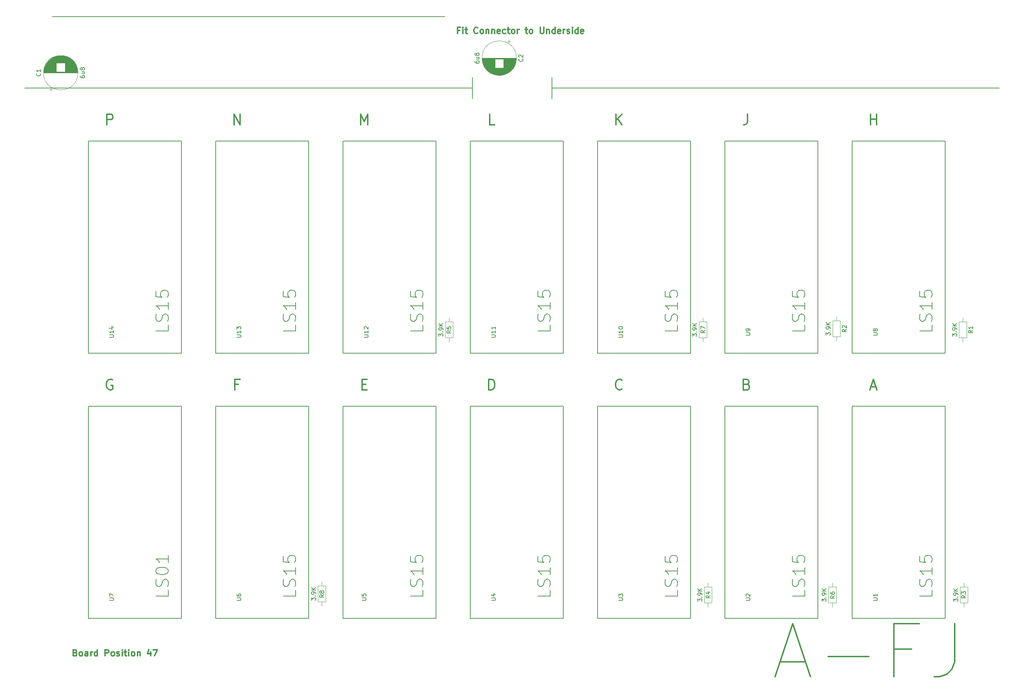
<source format=gbr>
G04 #@! TF.GenerationSoftware,KiCad,Pcbnew,(5.0.0)*
G04 #@! TF.CreationDate,2019-09-22T19:59:41+01:00*
G04 #@! TF.ProjectId,A-FJ,412D464A2E6B696361645F7063620000,rev?*
G04 #@! TF.SameCoordinates,Original*
G04 #@! TF.FileFunction,Legend,Top*
G04 #@! TF.FilePolarity,Positive*
%FSLAX46Y46*%
G04 Gerber Fmt 4.6, Leading zero omitted, Abs format (unit mm)*
G04 Created by KiCad (PCBNEW (5.0.0)) date 09/22/19 19:59:41*
%MOMM*%
%LPD*%
G01*
G04 APERTURE LIST*
%ADD10C,0.300000*%
%ADD11C,0.200000*%
%ADD12C,0.150000*%
%ADD13C,0.120000*%
G04 APERTURE END LIST*
D10*
X37500000Y-178392857D02*
X37714285Y-178464285D01*
X37785714Y-178535714D01*
X37857142Y-178678571D01*
X37857142Y-178892857D01*
X37785714Y-179035714D01*
X37714285Y-179107142D01*
X37571428Y-179178571D01*
X37000000Y-179178571D01*
X37000000Y-177678571D01*
X37500000Y-177678571D01*
X37642857Y-177750000D01*
X37714285Y-177821428D01*
X37785714Y-177964285D01*
X37785714Y-178107142D01*
X37714285Y-178250000D01*
X37642857Y-178321428D01*
X37500000Y-178392857D01*
X37000000Y-178392857D01*
X38714285Y-179178571D02*
X38571428Y-179107142D01*
X38500000Y-179035714D01*
X38428571Y-178892857D01*
X38428571Y-178464285D01*
X38500000Y-178321428D01*
X38571428Y-178250000D01*
X38714285Y-178178571D01*
X38928571Y-178178571D01*
X39071428Y-178250000D01*
X39142857Y-178321428D01*
X39214285Y-178464285D01*
X39214285Y-178892857D01*
X39142857Y-179035714D01*
X39071428Y-179107142D01*
X38928571Y-179178571D01*
X38714285Y-179178571D01*
X40500000Y-179178571D02*
X40500000Y-178392857D01*
X40428571Y-178250000D01*
X40285714Y-178178571D01*
X40000000Y-178178571D01*
X39857142Y-178250000D01*
X40500000Y-179107142D02*
X40357142Y-179178571D01*
X40000000Y-179178571D01*
X39857142Y-179107142D01*
X39785714Y-178964285D01*
X39785714Y-178821428D01*
X39857142Y-178678571D01*
X40000000Y-178607142D01*
X40357142Y-178607142D01*
X40500000Y-178535714D01*
X41214285Y-179178571D02*
X41214285Y-178178571D01*
X41214285Y-178464285D02*
X41285714Y-178321428D01*
X41357142Y-178250000D01*
X41500000Y-178178571D01*
X41642857Y-178178571D01*
X42785714Y-179178571D02*
X42785714Y-177678571D01*
X42785714Y-179107142D02*
X42642857Y-179178571D01*
X42357142Y-179178571D01*
X42214285Y-179107142D01*
X42142857Y-179035714D01*
X42071428Y-178892857D01*
X42071428Y-178464285D01*
X42142857Y-178321428D01*
X42214285Y-178250000D01*
X42357142Y-178178571D01*
X42642857Y-178178571D01*
X42785714Y-178250000D01*
X44642857Y-179178571D02*
X44642857Y-177678571D01*
X45214285Y-177678571D01*
X45357142Y-177750000D01*
X45428571Y-177821428D01*
X45500000Y-177964285D01*
X45500000Y-178178571D01*
X45428571Y-178321428D01*
X45357142Y-178392857D01*
X45214285Y-178464285D01*
X44642857Y-178464285D01*
X46357142Y-179178571D02*
X46214285Y-179107142D01*
X46142857Y-179035714D01*
X46071428Y-178892857D01*
X46071428Y-178464285D01*
X46142857Y-178321428D01*
X46214285Y-178250000D01*
X46357142Y-178178571D01*
X46571428Y-178178571D01*
X46714285Y-178250000D01*
X46785714Y-178321428D01*
X46857142Y-178464285D01*
X46857142Y-178892857D01*
X46785714Y-179035714D01*
X46714285Y-179107142D01*
X46571428Y-179178571D01*
X46357142Y-179178571D01*
X47428571Y-179107142D02*
X47571428Y-179178571D01*
X47857142Y-179178571D01*
X48000000Y-179107142D01*
X48071428Y-178964285D01*
X48071428Y-178892857D01*
X48000000Y-178750000D01*
X47857142Y-178678571D01*
X47642857Y-178678571D01*
X47500000Y-178607142D01*
X47428571Y-178464285D01*
X47428571Y-178392857D01*
X47500000Y-178250000D01*
X47642857Y-178178571D01*
X47857142Y-178178571D01*
X48000000Y-178250000D01*
X48714285Y-179178571D02*
X48714285Y-178178571D01*
X48714285Y-177678571D02*
X48642857Y-177750000D01*
X48714285Y-177821428D01*
X48785714Y-177750000D01*
X48714285Y-177678571D01*
X48714285Y-177821428D01*
X49214285Y-178178571D02*
X49785714Y-178178571D01*
X49428571Y-177678571D02*
X49428571Y-178964285D01*
X49500000Y-179107142D01*
X49642857Y-179178571D01*
X49785714Y-179178571D01*
X50285714Y-179178571D02*
X50285714Y-178178571D01*
X50285714Y-177678571D02*
X50214285Y-177750000D01*
X50285714Y-177821428D01*
X50357142Y-177750000D01*
X50285714Y-177678571D01*
X50285714Y-177821428D01*
X51214285Y-179178571D02*
X51071428Y-179107142D01*
X51000000Y-179035714D01*
X50928571Y-178892857D01*
X50928571Y-178464285D01*
X51000000Y-178321428D01*
X51071428Y-178250000D01*
X51214285Y-178178571D01*
X51428571Y-178178571D01*
X51571428Y-178250000D01*
X51642857Y-178321428D01*
X51714285Y-178464285D01*
X51714285Y-178892857D01*
X51642857Y-179035714D01*
X51571428Y-179107142D01*
X51428571Y-179178571D01*
X51214285Y-179178571D01*
X52357142Y-178178571D02*
X52357142Y-179178571D01*
X52357142Y-178321428D02*
X52428571Y-178250000D01*
X52571428Y-178178571D01*
X52785714Y-178178571D01*
X52928571Y-178250000D01*
X53000000Y-178392857D01*
X53000000Y-179178571D01*
X55500000Y-178178571D02*
X55500000Y-179178571D01*
X55142857Y-177607142D02*
X54785714Y-178678571D01*
X55714285Y-178678571D01*
X56142857Y-177678571D02*
X57142857Y-177678571D01*
X56500000Y-179178571D01*
X45054761Y-51949047D02*
X45054761Y-49409047D01*
X46022380Y-49409047D01*
X46264285Y-49530000D01*
X46385238Y-49650952D01*
X46506190Y-49892857D01*
X46506190Y-50255714D01*
X46385238Y-50497619D01*
X46264285Y-50618571D01*
X46022380Y-50739523D01*
X45054761Y-50739523D01*
X75474285Y-51949047D02*
X75474285Y-49409047D01*
X76925714Y-51949047D01*
X76925714Y-49409047D01*
X105833333Y-51949047D02*
X105833333Y-49409047D01*
X106680000Y-51223333D01*
X107526666Y-49409047D01*
X107526666Y-51949047D01*
X137946190Y-51949047D02*
X136736666Y-51949047D01*
X136736666Y-49409047D01*
X166974761Y-51949047D02*
X166974761Y-49409047D01*
X168426190Y-51949047D02*
X167337619Y-50497619D01*
X168426190Y-49409047D02*
X166974761Y-50860476D01*
X198482857Y-49409047D02*
X198482857Y-51223333D01*
X198361904Y-51586190D01*
X198120000Y-51828095D01*
X197757142Y-51949047D01*
X197515238Y-51949047D01*
X227874285Y-51949047D02*
X227874285Y-49409047D01*
X227874285Y-50618571D02*
X229325714Y-50618571D01*
X229325714Y-51949047D02*
X229325714Y-49409047D01*
X46385238Y-113030000D02*
X46143333Y-112909047D01*
X45780476Y-112909047D01*
X45417619Y-113030000D01*
X45175714Y-113271904D01*
X45054761Y-113513809D01*
X44933809Y-113997619D01*
X44933809Y-114360476D01*
X45054761Y-114844285D01*
X45175714Y-115086190D01*
X45417619Y-115328095D01*
X45780476Y-115449047D01*
X46022380Y-115449047D01*
X46385238Y-115328095D01*
X46506190Y-115207142D01*
X46506190Y-114360476D01*
X46022380Y-114360476D01*
X76562857Y-114118571D02*
X75716190Y-114118571D01*
X75716190Y-115449047D02*
X75716190Y-112909047D01*
X76925714Y-112909047D01*
X106135714Y-114118571D02*
X106982380Y-114118571D01*
X107345238Y-115449047D02*
X106135714Y-115449047D01*
X106135714Y-112909047D01*
X107345238Y-112909047D01*
X136494761Y-115449047D02*
X136494761Y-112909047D01*
X137099523Y-112909047D01*
X137462380Y-113030000D01*
X137704285Y-113271904D01*
X137825238Y-113513809D01*
X137946190Y-113997619D01*
X137946190Y-114360476D01*
X137825238Y-114844285D01*
X137704285Y-115086190D01*
X137462380Y-115328095D01*
X137099523Y-115449047D01*
X136494761Y-115449047D01*
X168426190Y-115207142D02*
X168305238Y-115328095D01*
X167942380Y-115449047D01*
X167700476Y-115449047D01*
X167337619Y-115328095D01*
X167095714Y-115086190D01*
X166974761Y-114844285D01*
X166853809Y-114360476D01*
X166853809Y-113997619D01*
X166974761Y-113513809D01*
X167095714Y-113271904D01*
X167337619Y-113030000D01*
X167700476Y-112909047D01*
X167942380Y-112909047D01*
X168305238Y-113030000D01*
X168426190Y-113150952D01*
X198301428Y-114118571D02*
X198664285Y-114239523D01*
X198785238Y-114360476D01*
X198906190Y-114602380D01*
X198906190Y-114965238D01*
X198785238Y-115207142D01*
X198664285Y-115328095D01*
X198422380Y-115449047D01*
X197454761Y-115449047D01*
X197454761Y-112909047D01*
X198301428Y-112909047D01*
X198543333Y-113030000D01*
X198664285Y-113150952D01*
X198785238Y-113392857D01*
X198785238Y-113634761D01*
X198664285Y-113876666D01*
X198543333Y-113997619D01*
X198301428Y-114118571D01*
X197454761Y-114118571D01*
X227995238Y-114723333D02*
X229204761Y-114723333D01*
X227753333Y-115449047D02*
X228600000Y-112909047D01*
X229446666Y-115449047D01*
X129510071Y-29356857D02*
X129010071Y-29356857D01*
X129010071Y-30142571D02*
X129010071Y-28642571D01*
X129724357Y-28642571D01*
X130295785Y-30142571D02*
X130295785Y-29142571D01*
X130295785Y-28642571D02*
X130224357Y-28714000D01*
X130295785Y-28785428D01*
X130367214Y-28714000D01*
X130295785Y-28642571D01*
X130295785Y-28785428D01*
X130795785Y-29142571D02*
X131367214Y-29142571D01*
X131010071Y-28642571D02*
X131010071Y-29928285D01*
X131081500Y-30071142D01*
X131224357Y-30142571D01*
X131367214Y-30142571D01*
X133867214Y-29999714D02*
X133795785Y-30071142D01*
X133581500Y-30142571D01*
X133438642Y-30142571D01*
X133224357Y-30071142D01*
X133081500Y-29928285D01*
X133010071Y-29785428D01*
X132938642Y-29499714D01*
X132938642Y-29285428D01*
X133010071Y-28999714D01*
X133081500Y-28856857D01*
X133224357Y-28714000D01*
X133438642Y-28642571D01*
X133581500Y-28642571D01*
X133795785Y-28714000D01*
X133867214Y-28785428D01*
X134724357Y-30142571D02*
X134581500Y-30071142D01*
X134510071Y-29999714D01*
X134438642Y-29856857D01*
X134438642Y-29428285D01*
X134510071Y-29285428D01*
X134581500Y-29214000D01*
X134724357Y-29142571D01*
X134938642Y-29142571D01*
X135081500Y-29214000D01*
X135152928Y-29285428D01*
X135224357Y-29428285D01*
X135224357Y-29856857D01*
X135152928Y-29999714D01*
X135081500Y-30071142D01*
X134938642Y-30142571D01*
X134724357Y-30142571D01*
X135867214Y-29142571D02*
X135867214Y-30142571D01*
X135867214Y-29285428D02*
X135938642Y-29214000D01*
X136081500Y-29142571D01*
X136295785Y-29142571D01*
X136438642Y-29214000D01*
X136510071Y-29356857D01*
X136510071Y-30142571D01*
X137224357Y-29142571D02*
X137224357Y-30142571D01*
X137224357Y-29285428D02*
X137295785Y-29214000D01*
X137438642Y-29142571D01*
X137652928Y-29142571D01*
X137795785Y-29214000D01*
X137867214Y-29356857D01*
X137867214Y-30142571D01*
X139152928Y-30071142D02*
X139010071Y-30142571D01*
X138724357Y-30142571D01*
X138581500Y-30071142D01*
X138510071Y-29928285D01*
X138510071Y-29356857D01*
X138581500Y-29214000D01*
X138724357Y-29142571D01*
X139010071Y-29142571D01*
X139152928Y-29214000D01*
X139224357Y-29356857D01*
X139224357Y-29499714D01*
X138510071Y-29642571D01*
X140510071Y-30071142D02*
X140367214Y-30142571D01*
X140081500Y-30142571D01*
X139938642Y-30071142D01*
X139867214Y-29999714D01*
X139795785Y-29856857D01*
X139795785Y-29428285D01*
X139867214Y-29285428D01*
X139938642Y-29214000D01*
X140081500Y-29142571D01*
X140367214Y-29142571D01*
X140510071Y-29214000D01*
X140938642Y-29142571D02*
X141510071Y-29142571D01*
X141152928Y-28642571D02*
X141152928Y-29928285D01*
X141224357Y-30071142D01*
X141367214Y-30142571D01*
X141510071Y-30142571D01*
X142224357Y-30142571D02*
X142081500Y-30071142D01*
X142010071Y-29999714D01*
X141938642Y-29856857D01*
X141938642Y-29428285D01*
X142010071Y-29285428D01*
X142081500Y-29214000D01*
X142224357Y-29142571D01*
X142438642Y-29142571D01*
X142581500Y-29214000D01*
X142652928Y-29285428D01*
X142724357Y-29428285D01*
X142724357Y-29856857D01*
X142652928Y-29999714D01*
X142581500Y-30071142D01*
X142438642Y-30142571D01*
X142224357Y-30142571D01*
X143367214Y-30142571D02*
X143367214Y-29142571D01*
X143367214Y-29428285D02*
X143438642Y-29285428D01*
X143510071Y-29214000D01*
X143652928Y-29142571D01*
X143795785Y-29142571D01*
X145224357Y-29142571D02*
X145795785Y-29142571D01*
X145438642Y-28642571D02*
X145438642Y-29928285D01*
X145510071Y-30071142D01*
X145652928Y-30142571D01*
X145795785Y-30142571D01*
X146510071Y-30142571D02*
X146367214Y-30071142D01*
X146295785Y-29999714D01*
X146224357Y-29856857D01*
X146224357Y-29428285D01*
X146295785Y-29285428D01*
X146367214Y-29214000D01*
X146510071Y-29142571D01*
X146724357Y-29142571D01*
X146867214Y-29214000D01*
X146938642Y-29285428D01*
X147010071Y-29428285D01*
X147010071Y-29856857D01*
X146938642Y-29999714D01*
X146867214Y-30071142D01*
X146724357Y-30142571D01*
X146510071Y-30142571D01*
X148795785Y-28642571D02*
X148795785Y-29856857D01*
X148867214Y-29999714D01*
X148938642Y-30071142D01*
X149081500Y-30142571D01*
X149367214Y-30142571D01*
X149510071Y-30071142D01*
X149581500Y-29999714D01*
X149652928Y-29856857D01*
X149652928Y-28642571D01*
X150367214Y-29142571D02*
X150367214Y-30142571D01*
X150367214Y-29285428D02*
X150438642Y-29214000D01*
X150581500Y-29142571D01*
X150795785Y-29142571D01*
X150938642Y-29214000D01*
X151010071Y-29356857D01*
X151010071Y-30142571D01*
X152367214Y-30142571D02*
X152367214Y-28642571D01*
X152367214Y-30071142D02*
X152224357Y-30142571D01*
X151938642Y-30142571D01*
X151795785Y-30071142D01*
X151724357Y-29999714D01*
X151652928Y-29856857D01*
X151652928Y-29428285D01*
X151724357Y-29285428D01*
X151795785Y-29214000D01*
X151938642Y-29142571D01*
X152224357Y-29142571D01*
X152367214Y-29214000D01*
X153652928Y-30071142D02*
X153510071Y-30142571D01*
X153224357Y-30142571D01*
X153081500Y-30071142D01*
X153010071Y-29928285D01*
X153010071Y-29356857D01*
X153081500Y-29214000D01*
X153224357Y-29142571D01*
X153510071Y-29142571D01*
X153652928Y-29214000D01*
X153724357Y-29356857D01*
X153724357Y-29499714D01*
X153010071Y-29642571D01*
X154367214Y-30142571D02*
X154367214Y-29142571D01*
X154367214Y-29428285D02*
X154438642Y-29285428D01*
X154510071Y-29214000D01*
X154652928Y-29142571D01*
X154795785Y-29142571D01*
X155224357Y-30071142D02*
X155367214Y-30142571D01*
X155652928Y-30142571D01*
X155795785Y-30071142D01*
X155867214Y-29928285D01*
X155867214Y-29856857D01*
X155795785Y-29714000D01*
X155652928Y-29642571D01*
X155438642Y-29642571D01*
X155295785Y-29571142D01*
X155224357Y-29428285D01*
X155224357Y-29356857D01*
X155295785Y-29214000D01*
X155438642Y-29142571D01*
X155652928Y-29142571D01*
X155795785Y-29214000D01*
X156510071Y-30142571D02*
X156510071Y-29142571D01*
X156510071Y-28642571D02*
X156438642Y-28714000D01*
X156510071Y-28785428D01*
X156581500Y-28714000D01*
X156510071Y-28642571D01*
X156510071Y-28785428D01*
X157867214Y-30142571D02*
X157867214Y-28642571D01*
X157867214Y-30071142D02*
X157724357Y-30142571D01*
X157438642Y-30142571D01*
X157295785Y-30071142D01*
X157224357Y-29999714D01*
X157152928Y-29856857D01*
X157152928Y-29428285D01*
X157224357Y-29285428D01*
X157295785Y-29214000D01*
X157438642Y-29142571D01*
X157724357Y-29142571D01*
X157867214Y-29214000D01*
X159152928Y-30071142D02*
X159010071Y-30142571D01*
X158724357Y-30142571D01*
X158581500Y-30071142D01*
X158510071Y-29928285D01*
X158510071Y-29356857D01*
X158581500Y-29214000D01*
X158724357Y-29142571D01*
X159010071Y-29142571D01*
X159152928Y-29214000D01*
X159224357Y-29356857D01*
X159224357Y-29499714D01*
X158510071Y-29642571D01*
D11*
X32004000Y-26098500D02*
X125984000Y-26098500D01*
X151599900Y-40640000D02*
X151599900Y-45720000D01*
X151599900Y-43180000D02*
X258749800Y-43180000D01*
X132549900Y-40640000D02*
X132549900Y-45720000D01*
X25400000Y-43180000D02*
X132549900Y-43180000D01*
D10*
X206290333Y-180551666D02*
X212337952Y-180551666D01*
X205080809Y-184180238D02*
X209314142Y-171480238D01*
X213547476Y-184180238D01*
X217780809Y-179342142D02*
X227457000Y-179342142D01*
X237737952Y-177527857D02*
X233504619Y-177527857D01*
X233504619Y-184180238D02*
X233504619Y-171480238D01*
X239552238Y-171480238D01*
X248018904Y-171480238D02*
X248018904Y-180551666D01*
X247414142Y-182365952D01*
X246204619Y-183575476D01*
X244390333Y-184180238D01*
X243180809Y-184180238D01*
D12*
G04 #@! TO.C,U8*
X245745000Y-106680000D02*
X223520000Y-106680000D01*
X245745000Y-55880000D02*
X245745000Y-106680000D01*
X223520000Y-55880000D02*
X245745000Y-55880000D01*
X223520000Y-106680000D02*
X223520000Y-55880000D01*
G04 #@! TO.C,U1*
X245745000Y-170180000D02*
X223520000Y-170180000D01*
X245745000Y-119380000D02*
X245745000Y-170180000D01*
X223520000Y-119380000D02*
X245745000Y-119380000D01*
X223520000Y-170180000D02*
X223520000Y-119380000D01*
G04 #@! TO.C,U12*
X123825000Y-106680000D02*
X101600000Y-106680000D01*
X123825000Y-55880000D02*
X123825000Y-106680000D01*
X101600000Y-55880000D02*
X123825000Y-55880000D01*
X101600000Y-106680000D02*
X101600000Y-55880000D01*
G04 #@! TO.C,U11*
X154305000Y-106680000D02*
X132080000Y-106680000D01*
X154305000Y-55880000D02*
X154305000Y-106680000D01*
X132080000Y-55880000D02*
X154305000Y-55880000D01*
X132080000Y-106680000D02*
X132080000Y-55880000D01*
G04 #@! TO.C,U14*
X62865000Y-106680000D02*
X40640000Y-106680000D01*
X62865000Y-55880000D02*
X62865000Y-106680000D01*
X40640000Y-55880000D02*
X62865000Y-55880000D01*
X40640000Y-106680000D02*
X40640000Y-55880000D01*
G04 #@! TO.C,U13*
X93345000Y-106680000D02*
X71120000Y-106680000D01*
X93345000Y-55880000D02*
X93345000Y-106680000D01*
X71120000Y-55880000D02*
X93345000Y-55880000D01*
X71120000Y-106680000D02*
X71120000Y-55880000D01*
D13*
G04 #@! TO.C,R3*
X251170000Y-162640000D02*
X249330000Y-162640000D01*
X249330000Y-162640000D02*
X249330000Y-166480000D01*
X249330000Y-166480000D02*
X251170000Y-166480000D01*
X251170000Y-166480000D02*
X251170000Y-162640000D01*
X250250000Y-161690000D02*
X250250000Y-162640000D01*
X250250000Y-167430000D02*
X250250000Y-166480000D01*
G04 #@! TO.C,R4*
X189920000Y-162640000D02*
X188080000Y-162640000D01*
X188080000Y-162640000D02*
X188080000Y-166480000D01*
X188080000Y-166480000D02*
X189920000Y-166480000D01*
X189920000Y-166480000D02*
X189920000Y-162640000D01*
X189000000Y-161690000D02*
X189000000Y-162640000D01*
X189000000Y-167430000D02*
X189000000Y-166480000D01*
G04 #@! TO.C,R5*
X127920000Y-99140000D02*
X126080000Y-99140000D01*
X126080000Y-99140000D02*
X126080000Y-102980000D01*
X126080000Y-102980000D02*
X127920000Y-102980000D01*
X127920000Y-102980000D02*
X127920000Y-99140000D01*
X127000000Y-98190000D02*
X127000000Y-99140000D01*
X127000000Y-103930000D02*
X127000000Y-102980000D01*
G04 #@! TO.C,R6*
X219670000Y-162640000D02*
X217830000Y-162640000D01*
X217830000Y-162640000D02*
X217830000Y-166480000D01*
X217830000Y-166480000D02*
X219670000Y-166480000D01*
X219670000Y-166480000D02*
X219670000Y-162640000D01*
X218750000Y-161690000D02*
X218750000Y-162640000D01*
X218750000Y-167430000D02*
X218750000Y-166480000D01*
G04 #@! TO.C,R7*
X188670000Y-99140000D02*
X186830000Y-99140000D01*
X186830000Y-99140000D02*
X186830000Y-102980000D01*
X186830000Y-102980000D02*
X188670000Y-102980000D01*
X188670000Y-102980000D02*
X188670000Y-99140000D01*
X187750000Y-98190000D02*
X187750000Y-99140000D01*
X187750000Y-103930000D02*
X187750000Y-102980000D01*
G04 #@! TO.C,R8*
X97420000Y-162390000D02*
X95580000Y-162390000D01*
X95580000Y-162390000D02*
X95580000Y-166230000D01*
X95580000Y-166230000D02*
X97420000Y-166230000D01*
X97420000Y-166230000D02*
X97420000Y-162390000D01*
X96500000Y-161440000D02*
X96500000Y-162390000D01*
X96500000Y-167180000D02*
X96500000Y-166230000D01*
D12*
G04 #@! TO.C,U2*
X215265000Y-170180000D02*
X193040000Y-170180000D01*
X215265000Y-119380000D02*
X215265000Y-170180000D01*
X193040000Y-119380000D02*
X215265000Y-119380000D01*
X193040000Y-170180000D02*
X193040000Y-119380000D01*
G04 #@! TO.C,U3*
X184785000Y-170180000D02*
X162560000Y-170180000D01*
X184785000Y-119380000D02*
X184785000Y-170180000D01*
X162560000Y-119380000D02*
X184785000Y-119380000D01*
X162560000Y-170180000D02*
X162560000Y-119380000D01*
G04 #@! TO.C,U4*
X154305000Y-170180000D02*
X132080000Y-170180000D01*
X154305000Y-119380000D02*
X154305000Y-170180000D01*
X132080000Y-119380000D02*
X154305000Y-119380000D01*
X132080000Y-170180000D02*
X132080000Y-119380000D01*
G04 #@! TO.C,U5*
X123825000Y-170180000D02*
X101600000Y-170180000D01*
X123825000Y-119380000D02*
X123825000Y-170180000D01*
X101600000Y-119380000D02*
X123825000Y-119380000D01*
X101600000Y-170180000D02*
X101600000Y-119380000D01*
G04 #@! TO.C,U6*
X93345000Y-170180000D02*
X71120000Y-170180000D01*
X93345000Y-119380000D02*
X93345000Y-170180000D01*
X71120000Y-119380000D02*
X93345000Y-119380000D01*
X71120000Y-170180000D02*
X71120000Y-119380000D01*
G04 #@! TO.C,U7*
X62865000Y-170180000D02*
X40640000Y-170180000D01*
X62865000Y-119380000D02*
X62865000Y-170180000D01*
X40640000Y-119380000D02*
X62865000Y-119380000D01*
X40640000Y-170180000D02*
X40640000Y-119380000D01*
G04 #@! TO.C,U9*
X215265000Y-106680000D02*
X193040000Y-106680000D01*
X215265000Y-55880000D02*
X215265000Y-106680000D01*
X193040000Y-55880000D02*
X215265000Y-55880000D01*
X193040000Y-106680000D02*
X193040000Y-55880000D01*
G04 #@! TO.C,U10*
X184785000Y-106680000D02*
X162560000Y-106680000D01*
X184785000Y-55880000D02*
X184785000Y-106680000D01*
X162560000Y-55880000D02*
X184785000Y-55880000D01*
X162560000Y-106680000D02*
X162560000Y-55880000D01*
D13*
G04 #@! TO.C,C1*
X31285000Y-43509698D02*
X32085000Y-43509698D01*
X31685000Y-43909698D02*
X31685000Y-43109698D01*
X33467000Y-35419000D02*
X34533000Y-35419000D01*
X33232000Y-35459000D02*
X34768000Y-35459000D01*
X33052000Y-35499000D02*
X34948000Y-35499000D01*
X32902000Y-35539000D02*
X35098000Y-35539000D01*
X32771000Y-35579000D02*
X35229000Y-35579000D01*
X32654000Y-35619000D02*
X35346000Y-35619000D01*
X32547000Y-35659000D02*
X35453000Y-35659000D01*
X32448000Y-35699000D02*
X35552000Y-35699000D01*
X32355000Y-35739000D02*
X35645000Y-35739000D01*
X32269000Y-35779000D02*
X35731000Y-35779000D01*
X32187000Y-35819000D02*
X35813000Y-35819000D01*
X32110000Y-35859000D02*
X35890000Y-35859000D01*
X32036000Y-35899000D02*
X35964000Y-35899000D01*
X31966000Y-35939000D02*
X36034000Y-35939000D01*
X31898000Y-35979000D02*
X36102000Y-35979000D01*
X31834000Y-36019000D02*
X36166000Y-36019000D01*
X31772000Y-36059000D02*
X36228000Y-36059000D01*
X31713000Y-36099000D02*
X36287000Y-36099000D01*
X31655000Y-36139000D02*
X36345000Y-36139000D01*
X31600000Y-36179000D02*
X36400000Y-36179000D01*
X31546000Y-36219000D02*
X36454000Y-36219000D01*
X31495000Y-36259000D02*
X36505000Y-36259000D01*
X31444000Y-36299000D02*
X36556000Y-36299000D01*
X31396000Y-36339000D02*
X36604000Y-36339000D01*
X31349000Y-36379000D02*
X36651000Y-36379000D01*
X31303000Y-36419000D02*
X36697000Y-36419000D01*
X31259000Y-36459000D02*
X36741000Y-36459000D01*
X31216000Y-36499000D02*
X36784000Y-36499000D01*
X31174000Y-36539000D02*
X36826000Y-36539000D01*
X31133000Y-36579000D02*
X36867000Y-36579000D01*
X31093000Y-36619000D02*
X36907000Y-36619000D01*
X31055000Y-36659000D02*
X36945000Y-36659000D01*
X31017000Y-36699000D02*
X36983000Y-36699000D01*
X30981000Y-36739000D02*
X37019000Y-36739000D01*
X30945000Y-36779000D02*
X37055000Y-36779000D01*
X30910000Y-36819000D02*
X37090000Y-36819000D01*
X30876000Y-36859000D02*
X37124000Y-36859000D01*
X30844000Y-36899000D02*
X37156000Y-36899000D01*
X30811000Y-36939000D02*
X37189000Y-36939000D01*
X30780000Y-36979000D02*
X37220000Y-36979000D01*
X30750000Y-37019000D02*
X37250000Y-37019000D01*
X30720000Y-37059000D02*
X37280000Y-37059000D01*
X30691000Y-37099000D02*
X37309000Y-37099000D01*
X30662000Y-37139000D02*
X37338000Y-37139000D01*
X30635000Y-37179000D02*
X37365000Y-37179000D01*
X35040000Y-37219000D02*
X37392000Y-37219000D01*
X30608000Y-37219000D02*
X32960000Y-37219000D01*
X35040000Y-37259000D02*
X37418000Y-37259000D01*
X30582000Y-37259000D02*
X32960000Y-37259000D01*
X35040000Y-37299000D02*
X37444000Y-37299000D01*
X30556000Y-37299000D02*
X32960000Y-37299000D01*
X35040000Y-37339000D02*
X37469000Y-37339000D01*
X30531000Y-37339000D02*
X32960000Y-37339000D01*
X35040000Y-37379000D02*
X37493000Y-37379000D01*
X30507000Y-37379000D02*
X32960000Y-37379000D01*
X35040000Y-37419000D02*
X37517000Y-37419000D01*
X30483000Y-37419000D02*
X32960000Y-37419000D01*
X35040000Y-37459000D02*
X37540000Y-37459000D01*
X30460000Y-37459000D02*
X32960000Y-37459000D01*
X35040000Y-37499000D02*
X37562000Y-37499000D01*
X30438000Y-37499000D02*
X32960000Y-37499000D01*
X35040000Y-37539000D02*
X37584000Y-37539000D01*
X30416000Y-37539000D02*
X32960000Y-37539000D01*
X35040000Y-37579000D02*
X37606000Y-37579000D01*
X30394000Y-37579000D02*
X32960000Y-37579000D01*
X35040000Y-37619000D02*
X37627000Y-37619000D01*
X30373000Y-37619000D02*
X32960000Y-37619000D01*
X35040000Y-37659000D02*
X37647000Y-37659000D01*
X30353000Y-37659000D02*
X32960000Y-37659000D01*
X35040000Y-37699000D02*
X37666000Y-37699000D01*
X30334000Y-37699000D02*
X32960000Y-37699000D01*
X35040000Y-37739000D02*
X37686000Y-37739000D01*
X30314000Y-37739000D02*
X32960000Y-37739000D01*
X35040000Y-37779000D02*
X37704000Y-37779000D01*
X30296000Y-37779000D02*
X32960000Y-37779000D01*
X35040000Y-37819000D02*
X37722000Y-37819000D01*
X30278000Y-37819000D02*
X32960000Y-37819000D01*
X35040000Y-37859000D02*
X37740000Y-37859000D01*
X30260000Y-37859000D02*
X32960000Y-37859000D01*
X35040000Y-37899000D02*
X37757000Y-37899000D01*
X30243000Y-37899000D02*
X32960000Y-37899000D01*
X35040000Y-37939000D02*
X37774000Y-37939000D01*
X30226000Y-37939000D02*
X32960000Y-37939000D01*
X35040000Y-37979000D02*
X37790000Y-37979000D01*
X30210000Y-37979000D02*
X32960000Y-37979000D01*
X35040000Y-38019000D02*
X37805000Y-38019000D01*
X30195000Y-38019000D02*
X32960000Y-38019000D01*
X35040000Y-38059000D02*
X37821000Y-38059000D01*
X30179000Y-38059000D02*
X32960000Y-38059000D01*
X35040000Y-38099000D02*
X37835000Y-38099000D01*
X30165000Y-38099000D02*
X32960000Y-38099000D01*
X35040000Y-38139000D02*
X37850000Y-38139000D01*
X30150000Y-38139000D02*
X32960000Y-38139000D01*
X35040000Y-38179000D02*
X37863000Y-38179000D01*
X30137000Y-38179000D02*
X32960000Y-38179000D01*
X35040000Y-38219000D02*
X37877000Y-38219000D01*
X30123000Y-38219000D02*
X32960000Y-38219000D01*
X35040000Y-38259000D02*
X37889000Y-38259000D01*
X30111000Y-38259000D02*
X32960000Y-38259000D01*
X35040000Y-38299000D02*
X37902000Y-38299000D01*
X30098000Y-38299000D02*
X32960000Y-38299000D01*
X35040000Y-38339000D02*
X37914000Y-38339000D01*
X30086000Y-38339000D02*
X32960000Y-38339000D01*
X35040000Y-38379000D02*
X37925000Y-38379000D01*
X30075000Y-38379000D02*
X32960000Y-38379000D01*
X35040000Y-38419000D02*
X37936000Y-38419000D01*
X30064000Y-38419000D02*
X32960000Y-38419000D01*
X35040000Y-38459000D02*
X37947000Y-38459000D01*
X30053000Y-38459000D02*
X32960000Y-38459000D01*
X35040000Y-38499000D02*
X37957000Y-38499000D01*
X30043000Y-38499000D02*
X32960000Y-38499000D01*
X35040000Y-38539000D02*
X37967000Y-38539000D01*
X30033000Y-38539000D02*
X32960000Y-38539000D01*
X35040000Y-38579000D02*
X37976000Y-38579000D01*
X30024000Y-38579000D02*
X32960000Y-38579000D01*
X35040000Y-38619000D02*
X37985000Y-38619000D01*
X30015000Y-38619000D02*
X32960000Y-38619000D01*
X35040000Y-38659000D02*
X37994000Y-38659000D01*
X30006000Y-38659000D02*
X32960000Y-38659000D01*
X35040000Y-38699000D02*
X38002000Y-38699000D01*
X29998000Y-38699000D02*
X32960000Y-38699000D01*
X35040000Y-38739000D02*
X38010000Y-38739000D01*
X29990000Y-38739000D02*
X32960000Y-38739000D01*
X35040000Y-38779000D02*
X38017000Y-38779000D01*
X29983000Y-38779000D02*
X32960000Y-38779000D01*
X35040000Y-38820000D02*
X38024000Y-38820000D01*
X29976000Y-38820000D02*
X32960000Y-38820000D01*
X35040000Y-38860000D02*
X38030000Y-38860000D01*
X29970000Y-38860000D02*
X32960000Y-38860000D01*
X35040000Y-38900000D02*
X38037000Y-38900000D01*
X29963000Y-38900000D02*
X32960000Y-38900000D01*
X35040000Y-38940000D02*
X38042000Y-38940000D01*
X29958000Y-38940000D02*
X32960000Y-38940000D01*
X35040000Y-38980000D02*
X38048000Y-38980000D01*
X29952000Y-38980000D02*
X32960000Y-38980000D01*
X35040000Y-39020000D02*
X38052000Y-39020000D01*
X29948000Y-39020000D02*
X32960000Y-39020000D01*
X35040000Y-39060000D02*
X38057000Y-39060000D01*
X29943000Y-39060000D02*
X32960000Y-39060000D01*
X35040000Y-39100000D02*
X38061000Y-39100000D01*
X29939000Y-39100000D02*
X32960000Y-39100000D01*
X35040000Y-39140000D02*
X38065000Y-39140000D01*
X29935000Y-39140000D02*
X32960000Y-39140000D01*
X35040000Y-39180000D02*
X38068000Y-39180000D01*
X29932000Y-39180000D02*
X32960000Y-39180000D01*
X35040000Y-39220000D02*
X38071000Y-39220000D01*
X29929000Y-39220000D02*
X32960000Y-39220000D01*
X35040000Y-39260000D02*
X38074000Y-39260000D01*
X29926000Y-39260000D02*
X32960000Y-39260000D01*
X29924000Y-39300000D02*
X38076000Y-39300000D01*
X29923000Y-39340000D02*
X38077000Y-39340000D01*
X29921000Y-39380000D02*
X38079000Y-39380000D01*
X29920000Y-39420000D02*
X38080000Y-39420000D01*
X29920000Y-39460000D02*
X38080000Y-39460000D01*
X29920000Y-39500000D02*
X38080000Y-39500000D01*
X38120000Y-39500000D02*
G75*
G03X38120000Y-39500000I-4120000J0D01*
G01*
G04 #@! TO.C,C2*
X141715000Y-31990302D02*
X140915000Y-31990302D01*
X141315000Y-31590302D02*
X141315000Y-32390302D01*
X139533000Y-40081000D02*
X138467000Y-40081000D01*
X139768000Y-40041000D02*
X138232000Y-40041000D01*
X139948000Y-40001000D02*
X138052000Y-40001000D01*
X140098000Y-39961000D02*
X137902000Y-39961000D01*
X140229000Y-39921000D02*
X137771000Y-39921000D01*
X140346000Y-39881000D02*
X137654000Y-39881000D01*
X140453000Y-39841000D02*
X137547000Y-39841000D01*
X140552000Y-39801000D02*
X137448000Y-39801000D01*
X140645000Y-39761000D02*
X137355000Y-39761000D01*
X140731000Y-39721000D02*
X137269000Y-39721000D01*
X140813000Y-39681000D02*
X137187000Y-39681000D01*
X140890000Y-39641000D02*
X137110000Y-39641000D01*
X140964000Y-39601000D02*
X137036000Y-39601000D01*
X141034000Y-39561000D02*
X136966000Y-39561000D01*
X141102000Y-39521000D02*
X136898000Y-39521000D01*
X141166000Y-39481000D02*
X136834000Y-39481000D01*
X141228000Y-39441000D02*
X136772000Y-39441000D01*
X141287000Y-39401000D02*
X136713000Y-39401000D01*
X141345000Y-39361000D02*
X136655000Y-39361000D01*
X141400000Y-39321000D02*
X136600000Y-39321000D01*
X141454000Y-39281000D02*
X136546000Y-39281000D01*
X141505000Y-39241000D02*
X136495000Y-39241000D01*
X141556000Y-39201000D02*
X136444000Y-39201000D01*
X141604000Y-39161000D02*
X136396000Y-39161000D01*
X141651000Y-39121000D02*
X136349000Y-39121000D01*
X141697000Y-39081000D02*
X136303000Y-39081000D01*
X141741000Y-39041000D02*
X136259000Y-39041000D01*
X141784000Y-39001000D02*
X136216000Y-39001000D01*
X141826000Y-38961000D02*
X136174000Y-38961000D01*
X141867000Y-38921000D02*
X136133000Y-38921000D01*
X141907000Y-38881000D02*
X136093000Y-38881000D01*
X141945000Y-38841000D02*
X136055000Y-38841000D01*
X141983000Y-38801000D02*
X136017000Y-38801000D01*
X142019000Y-38761000D02*
X135981000Y-38761000D01*
X142055000Y-38721000D02*
X135945000Y-38721000D01*
X142090000Y-38681000D02*
X135910000Y-38681000D01*
X142124000Y-38641000D02*
X135876000Y-38641000D01*
X142156000Y-38601000D02*
X135844000Y-38601000D01*
X142189000Y-38561000D02*
X135811000Y-38561000D01*
X142220000Y-38521000D02*
X135780000Y-38521000D01*
X142250000Y-38481000D02*
X135750000Y-38481000D01*
X142280000Y-38441000D02*
X135720000Y-38441000D01*
X142309000Y-38401000D02*
X135691000Y-38401000D01*
X142338000Y-38361000D02*
X135662000Y-38361000D01*
X142365000Y-38321000D02*
X135635000Y-38321000D01*
X137960000Y-38281000D02*
X135608000Y-38281000D01*
X142392000Y-38281000D02*
X140040000Y-38281000D01*
X137960000Y-38241000D02*
X135582000Y-38241000D01*
X142418000Y-38241000D02*
X140040000Y-38241000D01*
X137960000Y-38201000D02*
X135556000Y-38201000D01*
X142444000Y-38201000D02*
X140040000Y-38201000D01*
X137960000Y-38161000D02*
X135531000Y-38161000D01*
X142469000Y-38161000D02*
X140040000Y-38161000D01*
X137960000Y-38121000D02*
X135507000Y-38121000D01*
X142493000Y-38121000D02*
X140040000Y-38121000D01*
X137960000Y-38081000D02*
X135483000Y-38081000D01*
X142517000Y-38081000D02*
X140040000Y-38081000D01*
X137960000Y-38041000D02*
X135460000Y-38041000D01*
X142540000Y-38041000D02*
X140040000Y-38041000D01*
X137960000Y-38001000D02*
X135438000Y-38001000D01*
X142562000Y-38001000D02*
X140040000Y-38001000D01*
X137960000Y-37961000D02*
X135416000Y-37961000D01*
X142584000Y-37961000D02*
X140040000Y-37961000D01*
X137960000Y-37921000D02*
X135394000Y-37921000D01*
X142606000Y-37921000D02*
X140040000Y-37921000D01*
X137960000Y-37881000D02*
X135373000Y-37881000D01*
X142627000Y-37881000D02*
X140040000Y-37881000D01*
X137960000Y-37841000D02*
X135353000Y-37841000D01*
X142647000Y-37841000D02*
X140040000Y-37841000D01*
X137960000Y-37801000D02*
X135334000Y-37801000D01*
X142666000Y-37801000D02*
X140040000Y-37801000D01*
X137960000Y-37761000D02*
X135314000Y-37761000D01*
X142686000Y-37761000D02*
X140040000Y-37761000D01*
X137960000Y-37721000D02*
X135296000Y-37721000D01*
X142704000Y-37721000D02*
X140040000Y-37721000D01*
X137960000Y-37681000D02*
X135278000Y-37681000D01*
X142722000Y-37681000D02*
X140040000Y-37681000D01*
X137960000Y-37641000D02*
X135260000Y-37641000D01*
X142740000Y-37641000D02*
X140040000Y-37641000D01*
X137960000Y-37601000D02*
X135243000Y-37601000D01*
X142757000Y-37601000D02*
X140040000Y-37601000D01*
X137960000Y-37561000D02*
X135226000Y-37561000D01*
X142774000Y-37561000D02*
X140040000Y-37561000D01*
X137960000Y-37521000D02*
X135210000Y-37521000D01*
X142790000Y-37521000D02*
X140040000Y-37521000D01*
X137960000Y-37481000D02*
X135195000Y-37481000D01*
X142805000Y-37481000D02*
X140040000Y-37481000D01*
X137960000Y-37441000D02*
X135179000Y-37441000D01*
X142821000Y-37441000D02*
X140040000Y-37441000D01*
X137960000Y-37401000D02*
X135165000Y-37401000D01*
X142835000Y-37401000D02*
X140040000Y-37401000D01*
X137960000Y-37361000D02*
X135150000Y-37361000D01*
X142850000Y-37361000D02*
X140040000Y-37361000D01*
X137960000Y-37321000D02*
X135137000Y-37321000D01*
X142863000Y-37321000D02*
X140040000Y-37321000D01*
X137960000Y-37281000D02*
X135123000Y-37281000D01*
X142877000Y-37281000D02*
X140040000Y-37281000D01*
X137960000Y-37241000D02*
X135111000Y-37241000D01*
X142889000Y-37241000D02*
X140040000Y-37241000D01*
X137960000Y-37201000D02*
X135098000Y-37201000D01*
X142902000Y-37201000D02*
X140040000Y-37201000D01*
X137960000Y-37161000D02*
X135086000Y-37161000D01*
X142914000Y-37161000D02*
X140040000Y-37161000D01*
X137960000Y-37121000D02*
X135075000Y-37121000D01*
X142925000Y-37121000D02*
X140040000Y-37121000D01*
X137960000Y-37081000D02*
X135064000Y-37081000D01*
X142936000Y-37081000D02*
X140040000Y-37081000D01*
X137960000Y-37041000D02*
X135053000Y-37041000D01*
X142947000Y-37041000D02*
X140040000Y-37041000D01*
X137960000Y-37001000D02*
X135043000Y-37001000D01*
X142957000Y-37001000D02*
X140040000Y-37001000D01*
X137960000Y-36961000D02*
X135033000Y-36961000D01*
X142967000Y-36961000D02*
X140040000Y-36961000D01*
X137960000Y-36921000D02*
X135024000Y-36921000D01*
X142976000Y-36921000D02*
X140040000Y-36921000D01*
X137960000Y-36881000D02*
X135015000Y-36881000D01*
X142985000Y-36881000D02*
X140040000Y-36881000D01*
X137960000Y-36841000D02*
X135006000Y-36841000D01*
X142994000Y-36841000D02*
X140040000Y-36841000D01*
X137960000Y-36801000D02*
X134998000Y-36801000D01*
X143002000Y-36801000D02*
X140040000Y-36801000D01*
X137960000Y-36761000D02*
X134990000Y-36761000D01*
X143010000Y-36761000D02*
X140040000Y-36761000D01*
X137960000Y-36721000D02*
X134983000Y-36721000D01*
X143017000Y-36721000D02*
X140040000Y-36721000D01*
X137960000Y-36680000D02*
X134976000Y-36680000D01*
X143024000Y-36680000D02*
X140040000Y-36680000D01*
X137960000Y-36640000D02*
X134970000Y-36640000D01*
X143030000Y-36640000D02*
X140040000Y-36640000D01*
X137960000Y-36600000D02*
X134963000Y-36600000D01*
X143037000Y-36600000D02*
X140040000Y-36600000D01*
X137960000Y-36560000D02*
X134958000Y-36560000D01*
X143042000Y-36560000D02*
X140040000Y-36560000D01*
X137960000Y-36520000D02*
X134952000Y-36520000D01*
X143048000Y-36520000D02*
X140040000Y-36520000D01*
X137960000Y-36480000D02*
X134948000Y-36480000D01*
X143052000Y-36480000D02*
X140040000Y-36480000D01*
X137960000Y-36440000D02*
X134943000Y-36440000D01*
X143057000Y-36440000D02*
X140040000Y-36440000D01*
X137960000Y-36400000D02*
X134939000Y-36400000D01*
X143061000Y-36400000D02*
X140040000Y-36400000D01*
X137960000Y-36360000D02*
X134935000Y-36360000D01*
X143065000Y-36360000D02*
X140040000Y-36360000D01*
X137960000Y-36320000D02*
X134932000Y-36320000D01*
X143068000Y-36320000D02*
X140040000Y-36320000D01*
X137960000Y-36280000D02*
X134929000Y-36280000D01*
X143071000Y-36280000D02*
X140040000Y-36280000D01*
X137960000Y-36240000D02*
X134926000Y-36240000D01*
X143074000Y-36240000D02*
X140040000Y-36240000D01*
X143076000Y-36200000D02*
X134924000Y-36200000D01*
X143077000Y-36160000D02*
X134923000Y-36160000D01*
X143079000Y-36120000D02*
X134921000Y-36120000D01*
X143080000Y-36080000D02*
X134920000Y-36080000D01*
X143080000Y-36040000D02*
X134920000Y-36040000D01*
X143080000Y-36000000D02*
X134920000Y-36000000D01*
X143120000Y-36000000D02*
G75*
G03X143120000Y-36000000I-4120000J0D01*
G01*
G04 #@! TO.C,R1*
X250920000Y-99140000D02*
X249080000Y-99140000D01*
X249080000Y-99140000D02*
X249080000Y-102980000D01*
X249080000Y-102980000D02*
X250920000Y-102980000D01*
X250920000Y-102980000D02*
X250920000Y-99140000D01*
X250000000Y-98190000D02*
X250000000Y-99140000D01*
X250000000Y-103930000D02*
X250000000Y-102980000D01*
G04 #@! TO.C,R2*
X219750000Y-103680000D02*
X219750000Y-102730000D01*
X219750000Y-97940000D02*
X219750000Y-98890000D01*
X220670000Y-102730000D02*
X220670000Y-98890000D01*
X218830000Y-102730000D02*
X220670000Y-102730000D01*
X218830000Y-98890000D02*
X218830000Y-102730000D01*
X220670000Y-98890000D02*
X218830000Y-98890000D01*
G04 #@! TO.C,U8*
D12*
X228552380Y-102361904D02*
X229361904Y-102361904D01*
X229457142Y-102314285D01*
X229504761Y-102266666D01*
X229552380Y-102171428D01*
X229552380Y-101980952D01*
X229504761Y-101885714D01*
X229457142Y-101838095D01*
X229361904Y-101790476D01*
X228552380Y-101790476D01*
X228980952Y-101171428D02*
X228933333Y-101266666D01*
X228885714Y-101314285D01*
X228790476Y-101361904D01*
X228742857Y-101361904D01*
X228647619Y-101314285D01*
X228600000Y-101266666D01*
X228552380Y-101171428D01*
X228552380Y-100980952D01*
X228600000Y-100885714D01*
X228647619Y-100838095D01*
X228742857Y-100790476D01*
X228790476Y-100790476D01*
X228885714Y-100838095D01*
X228933333Y-100885714D01*
X228980952Y-100980952D01*
X228980952Y-101171428D01*
X229028571Y-101266666D01*
X229076190Y-101314285D01*
X229171428Y-101361904D01*
X229361904Y-101361904D01*
X229457142Y-101314285D01*
X229504761Y-101266666D01*
X229552380Y-101171428D01*
X229552380Y-100980952D01*
X229504761Y-100885714D01*
X229457142Y-100838095D01*
X229361904Y-100790476D01*
X229171428Y-100790476D01*
X229076190Y-100838095D01*
X229028571Y-100885714D01*
X228980952Y-100980952D01*
X242657142Y-99877142D02*
X242657142Y-101305714D01*
X239657142Y-101305714D01*
X242514285Y-99020000D02*
X242657142Y-98591428D01*
X242657142Y-97877142D01*
X242514285Y-97591428D01*
X242371428Y-97448571D01*
X242085714Y-97305714D01*
X241800000Y-97305714D01*
X241514285Y-97448571D01*
X241371428Y-97591428D01*
X241228571Y-97877142D01*
X241085714Y-98448571D01*
X240942857Y-98734285D01*
X240800000Y-98877142D01*
X240514285Y-99020000D01*
X240228571Y-99020000D01*
X239942857Y-98877142D01*
X239800000Y-98734285D01*
X239657142Y-98448571D01*
X239657142Y-97734285D01*
X239800000Y-97305714D01*
X242657142Y-94448571D02*
X242657142Y-96162857D01*
X242657142Y-95305714D02*
X239657142Y-95305714D01*
X240085714Y-95591428D01*
X240371428Y-95877142D01*
X240514285Y-96162857D01*
X239657142Y-91734285D02*
X239657142Y-93162857D01*
X241085714Y-93305714D01*
X240942857Y-93162857D01*
X240800000Y-92877142D01*
X240800000Y-92162857D01*
X240942857Y-91877142D01*
X241085714Y-91734285D01*
X241371428Y-91591428D01*
X242085714Y-91591428D01*
X242371428Y-91734285D01*
X242514285Y-91877142D01*
X242657142Y-92162857D01*
X242657142Y-92877142D01*
X242514285Y-93162857D01*
X242371428Y-93305714D01*
G04 #@! TO.C,U1*
X228552380Y-165861904D02*
X229361904Y-165861904D01*
X229457142Y-165814285D01*
X229504761Y-165766666D01*
X229552380Y-165671428D01*
X229552380Y-165480952D01*
X229504761Y-165385714D01*
X229457142Y-165338095D01*
X229361904Y-165290476D01*
X228552380Y-165290476D01*
X229552380Y-164290476D02*
X229552380Y-164861904D01*
X229552380Y-164576190D02*
X228552380Y-164576190D01*
X228695238Y-164671428D01*
X228790476Y-164766666D01*
X228838095Y-164861904D01*
X242657142Y-163377142D02*
X242657142Y-164805714D01*
X239657142Y-164805714D01*
X242514285Y-162520000D02*
X242657142Y-162091428D01*
X242657142Y-161377142D01*
X242514285Y-161091428D01*
X242371428Y-160948571D01*
X242085714Y-160805714D01*
X241800000Y-160805714D01*
X241514285Y-160948571D01*
X241371428Y-161091428D01*
X241228571Y-161377142D01*
X241085714Y-161948571D01*
X240942857Y-162234285D01*
X240800000Y-162377142D01*
X240514285Y-162520000D01*
X240228571Y-162520000D01*
X239942857Y-162377142D01*
X239800000Y-162234285D01*
X239657142Y-161948571D01*
X239657142Y-161234285D01*
X239800000Y-160805714D01*
X242657142Y-157948571D02*
X242657142Y-159662857D01*
X242657142Y-158805714D02*
X239657142Y-158805714D01*
X240085714Y-159091428D01*
X240371428Y-159377142D01*
X240514285Y-159662857D01*
X239657142Y-155234285D02*
X239657142Y-156662857D01*
X241085714Y-156805714D01*
X240942857Y-156662857D01*
X240800000Y-156377142D01*
X240800000Y-155662857D01*
X240942857Y-155377142D01*
X241085714Y-155234285D01*
X241371428Y-155091428D01*
X242085714Y-155091428D01*
X242371428Y-155234285D01*
X242514285Y-155377142D01*
X242657142Y-155662857D01*
X242657142Y-156377142D01*
X242514285Y-156662857D01*
X242371428Y-156805714D01*
G04 #@! TO.C,U12*
X106632380Y-102838095D02*
X107441904Y-102838095D01*
X107537142Y-102790476D01*
X107584761Y-102742857D01*
X107632380Y-102647619D01*
X107632380Y-102457142D01*
X107584761Y-102361904D01*
X107537142Y-102314285D01*
X107441904Y-102266666D01*
X106632380Y-102266666D01*
X107632380Y-101266666D02*
X107632380Y-101838095D01*
X107632380Y-101552380D02*
X106632380Y-101552380D01*
X106775238Y-101647619D01*
X106870476Y-101742857D01*
X106918095Y-101838095D01*
X106727619Y-100885714D02*
X106680000Y-100838095D01*
X106632380Y-100742857D01*
X106632380Y-100504761D01*
X106680000Y-100409523D01*
X106727619Y-100361904D01*
X106822857Y-100314285D01*
X106918095Y-100314285D01*
X107060952Y-100361904D01*
X107632380Y-100933333D01*
X107632380Y-100314285D01*
X120737142Y-99877142D02*
X120737142Y-101305714D01*
X117737142Y-101305714D01*
X120594285Y-99020000D02*
X120737142Y-98591428D01*
X120737142Y-97877142D01*
X120594285Y-97591428D01*
X120451428Y-97448571D01*
X120165714Y-97305714D01*
X119880000Y-97305714D01*
X119594285Y-97448571D01*
X119451428Y-97591428D01*
X119308571Y-97877142D01*
X119165714Y-98448571D01*
X119022857Y-98734285D01*
X118880000Y-98877142D01*
X118594285Y-99020000D01*
X118308571Y-99020000D01*
X118022857Y-98877142D01*
X117880000Y-98734285D01*
X117737142Y-98448571D01*
X117737142Y-97734285D01*
X117880000Y-97305714D01*
X120737142Y-94448571D02*
X120737142Y-96162857D01*
X120737142Y-95305714D02*
X117737142Y-95305714D01*
X118165714Y-95591428D01*
X118451428Y-95877142D01*
X118594285Y-96162857D01*
X117737142Y-91734285D02*
X117737142Y-93162857D01*
X119165714Y-93305714D01*
X119022857Y-93162857D01*
X118880000Y-92877142D01*
X118880000Y-92162857D01*
X119022857Y-91877142D01*
X119165714Y-91734285D01*
X119451428Y-91591428D01*
X120165714Y-91591428D01*
X120451428Y-91734285D01*
X120594285Y-91877142D01*
X120737142Y-92162857D01*
X120737142Y-92877142D01*
X120594285Y-93162857D01*
X120451428Y-93305714D01*
G04 #@! TO.C,U11*
X137112380Y-102838095D02*
X137921904Y-102838095D01*
X138017142Y-102790476D01*
X138064761Y-102742857D01*
X138112380Y-102647619D01*
X138112380Y-102457142D01*
X138064761Y-102361904D01*
X138017142Y-102314285D01*
X137921904Y-102266666D01*
X137112380Y-102266666D01*
X138112380Y-101266666D02*
X138112380Y-101838095D01*
X138112380Y-101552380D02*
X137112380Y-101552380D01*
X137255238Y-101647619D01*
X137350476Y-101742857D01*
X137398095Y-101838095D01*
X138112380Y-100314285D02*
X138112380Y-100885714D01*
X138112380Y-100600000D02*
X137112380Y-100600000D01*
X137255238Y-100695238D01*
X137350476Y-100790476D01*
X137398095Y-100885714D01*
X151217142Y-99877142D02*
X151217142Y-101305714D01*
X148217142Y-101305714D01*
X151074285Y-99020000D02*
X151217142Y-98591428D01*
X151217142Y-97877142D01*
X151074285Y-97591428D01*
X150931428Y-97448571D01*
X150645714Y-97305714D01*
X150360000Y-97305714D01*
X150074285Y-97448571D01*
X149931428Y-97591428D01*
X149788571Y-97877142D01*
X149645714Y-98448571D01*
X149502857Y-98734285D01*
X149360000Y-98877142D01*
X149074285Y-99020000D01*
X148788571Y-99020000D01*
X148502857Y-98877142D01*
X148360000Y-98734285D01*
X148217142Y-98448571D01*
X148217142Y-97734285D01*
X148360000Y-97305714D01*
X151217142Y-94448571D02*
X151217142Y-96162857D01*
X151217142Y-95305714D02*
X148217142Y-95305714D01*
X148645714Y-95591428D01*
X148931428Y-95877142D01*
X149074285Y-96162857D01*
X148217142Y-91734285D02*
X148217142Y-93162857D01*
X149645714Y-93305714D01*
X149502857Y-93162857D01*
X149360000Y-92877142D01*
X149360000Y-92162857D01*
X149502857Y-91877142D01*
X149645714Y-91734285D01*
X149931428Y-91591428D01*
X150645714Y-91591428D01*
X150931428Y-91734285D01*
X151074285Y-91877142D01*
X151217142Y-92162857D01*
X151217142Y-92877142D01*
X151074285Y-93162857D01*
X150931428Y-93305714D01*
G04 #@! TO.C,U14*
X45672380Y-102838095D02*
X46481904Y-102838095D01*
X46577142Y-102790476D01*
X46624761Y-102742857D01*
X46672380Y-102647619D01*
X46672380Y-102457142D01*
X46624761Y-102361904D01*
X46577142Y-102314285D01*
X46481904Y-102266666D01*
X45672380Y-102266666D01*
X46672380Y-101266666D02*
X46672380Y-101838095D01*
X46672380Y-101552380D02*
X45672380Y-101552380D01*
X45815238Y-101647619D01*
X45910476Y-101742857D01*
X45958095Y-101838095D01*
X46005714Y-100409523D02*
X46672380Y-100409523D01*
X45624761Y-100647619D02*
X46339047Y-100885714D01*
X46339047Y-100266666D01*
X59777142Y-99877142D02*
X59777142Y-101305714D01*
X56777142Y-101305714D01*
X59634285Y-99020000D02*
X59777142Y-98591428D01*
X59777142Y-97877142D01*
X59634285Y-97591428D01*
X59491428Y-97448571D01*
X59205714Y-97305714D01*
X58920000Y-97305714D01*
X58634285Y-97448571D01*
X58491428Y-97591428D01*
X58348571Y-97877142D01*
X58205714Y-98448571D01*
X58062857Y-98734285D01*
X57920000Y-98877142D01*
X57634285Y-99020000D01*
X57348571Y-99020000D01*
X57062857Y-98877142D01*
X56920000Y-98734285D01*
X56777142Y-98448571D01*
X56777142Y-97734285D01*
X56920000Y-97305714D01*
X59777142Y-94448571D02*
X59777142Y-96162857D01*
X59777142Y-95305714D02*
X56777142Y-95305714D01*
X57205714Y-95591428D01*
X57491428Y-95877142D01*
X57634285Y-96162857D01*
X56777142Y-91734285D02*
X56777142Y-93162857D01*
X58205714Y-93305714D01*
X58062857Y-93162857D01*
X57920000Y-92877142D01*
X57920000Y-92162857D01*
X58062857Y-91877142D01*
X58205714Y-91734285D01*
X58491428Y-91591428D01*
X59205714Y-91591428D01*
X59491428Y-91734285D01*
X59634285Y-91877142D01*
X59777142Y-92162857D01*
X59777142Y-92877142D01*
X59634285Y-93162857D01*
X59491428Y-93305714D01*
G04 #@! TO.C,U13*
X76152380Y-102838095D02*
X76961904Y-102838095D01*
X77057142Y-102790476D01*
X77104761Y-102742857D01*
X77152380Y-102647619D01*
X77152380Y-102457142D01*
X77104761Y-102361904D01*
X77057142Y-102314285D01*
X76961904Y-102266666D01*
X76152380Y-102266666D01*
X77152380Y-101266666D02*
X77152380Y-101838095D01*
X77152380Y-101552380D02*
X76152380Y-101552380D01*
X76295238Y-101647619D01*
X76390476Y-101742857D01*
X76438095Y-101838095D01*
X76152380Y-100933333D02*
X76152380Y-100314285D01*
X76533333Y-100647619D01*
X76533333Y-100504761D01*
X76580952Y-100409523D01*
X76628571Y-100361904D01*
X76723809Y-100314285D01*
X76961904Y-100314285D01*
X77057142Y-100361904D01*
X77104761Y-100409523D01*
X77152380Y-100504761D01*
X77152380Y-100790476D01*
X77104761Y-100885714D01*
X77057142Y-100933333D01*
X90257142Y-99877142D02*
X90257142Y-101305714D01*
X87257142Y-101305714D01*
X90114285Y-99020000D02*
X90257142Y-98591428D01*
X90257142Y-97877142D01*
X90114285Y-97591428D01*
X89971428Y-97448571D01*
X89685714Y-97305714D01*
X89400000Y-97305714D01*
X89114285Y-97448571D01*
X88971428Y-97591428D01*
X88828571Y-97877142D01*
X88685714Y-98448571D01*
X88542857Y-98734285D01*
X88400000Y-98877142D01*
X88114285Y-99020000D01*
X87828571Y-99020000D01*
X87542857Y-98877142D01*
X87400000Y-98734285D01*
X87257142Y-98448571D01*
X87257142Y-97734285D01*
X87400000Y-97305714D01*
X90257142Y-94448571D02*
X90257142Y-96162857D01*
X90257142Y-95305714D02*
X87257142Y-95305714D01*
X87685714Y-95591428D01*
X87971428Y-95877142D01*
X88114285Y-96162857D01*
X87257142Y-91734285D02*
X87257142Y-93162857D01*
X88685714Y-93305714D01*
X88542857Y-93162857D01*
X88400000Y-92877142D01*
X88400000Y-92162857D01*
X88542857Y-91877142D01*
X88685714Y-91734285D01*
X88971428Y-91591428D01*
X89685714Y-91591428D01*
X89971428Y-91734285D01*
X90114285Y-91877142D01*
X90257142Y-92162857D01*
X90257142Y-92877142D01*
X90114285Y-93162857D01*
X89971428Y-93305714D01*
G04 #@! TO.C,R3*
X250702380Y-164726666D02*
X250226190Y-165060000D01*
X250702380Y-165298095D02*
X249702380Y-165298095D01*
X249702380Y-164917142D01*
X249750000Y-164821904D01*
X249797619Y-164774285D01*
X249892857Y-164726666D01*
X250035714Y-164726666D01*
X250130952Y-164774285D01*
X250178571Y-164821904D01*
X250226190Y-164917142D01*
X250226190Y-165298095D01*
X249702380Y-164393333D02*
X249702380Y-163774285D01*
X250083333Y-164107619D01*
X250083333Y-163964761D01*
X250130952Y-163869523D01*
X250178571Y-163821904D01*
X250273809Y-163774285D01*
X250511904Y-163774285D01*
X250607142Y-163821904D01*
X250654761Y-163869523D01*
X250702380Y-163964761D01*
X250702380Y-164250476D01*
X250654761Y-164345714D01*
X250607142Y-164393333D01*
X247782380Y-166107619D02*
X247782380Y-165488571D01*
X248163333Y-165821904D01*
X248163333Y-165679047D01*
X248210952Y-165583809D01*
X248258571Y-165536190D01*
X248353809Y-165488571D01*
X248591904Y-165488571D01*
X248687142Y-165536190D01*
X248734761Y-165583809D01*
X248782380Y-165679047D01*
X248782380Y-165964761D01*
X248734761Y-166060000D01*
X248687142Y-166107619D01*
X248687142Y-165060000D02*
X248734761Y-165012380D01*
X248782380Y-165060000D01*
X248734761Y-165107619D01*
X248687142Y-165060000D01*
X248782380Y-165060000D01*
X248782380Y-164536190D02*
X248782380Y-164345714D01*
X248734761Y-164250476D01*
X248687142Y-164202857D01*
X248544285Y-164107619D01*
X248353809Y-164060000D01*
X247972857Y-164060000D01*
X247877619Y-164107619D01*
X247830000Y-164155238D01*
X247782380Y-164250476D01*
X247782380Y-164440952D01*
X247830000Y-164536190D01*
X247877619Y-164583809D01*
X247972857Y-164631428D01*
X248210952Y-164631428D01*
X248306190Y-164583809D01*
X248353809Y-164536190D01*
X248401428Y-164440952D01*
X248401428Y-164250476D01*
X248353809Y-164155238D01*
X248306190Y-164107619D01*
X248210952Y-164060000D01*
X248782380Y-163631428D02*
X247782380Y-163631428D01*
X248782380Y-163060000D02*
X248210952Y-163488571D01*
X247782380Y-163060000D02*
X248353809Y-163631428D01*
G04 #@! TO.C,R4*
X189503180Y-164726666D02*
X189026990Y-165060000D01*
X189503180Y-165298095D02*
X188503180Y-165298095D01*
X188503180Y-164917142D01*
X188550800Y-164821904D01*
X188598419Y-164774285D01*
X188693657Y-164726666D01*
X188836514Y-164726666D01*
X188931752Y-164774285D01*
X188979371Y-164821904D01*
X189026990Y-164917142D01*
X189026990Y-165298095D01*
X188836514Y-163869523D02*
X189503180Y-163869523D01*
X188455561Y-164107619D02*
X189169847Y-164345714D01*
X189169847Y-163726666D01*
X186532380Y-166107619D02*
X186532380Y-165488571D01*
X186913333Y-165821904D01*
X186913333Y-165679047D01*
X186960952Y-165583809D01*
X187008571Y-165536190D01*
X187103809Y-165488571D01*
X187341904Y-165488571D01*
X187437142Y-165536190D01*
X187484761Y-165583809D01*
X187532380Y-165679047D01*
X187532380Y-165964761D01*
X187484761Y-166060000D01*
X187437142Y-166107619D01*
X187437142Y-165060000D02*
X187484761Y-165012380D01*
X187532380Y-165060000D01*
X187484761Y-165107619D01*
X187437142Y-165060000D01*
X187532380Y-165060000D01*
X187532380Y-164536190D02*
X187532380Y-164345714D01*
X187484761Y-164250476D01*
X187437142Y-164202857D01*
X187294285Y-164107619D01*
X187103809Y-164060000D01*
X186722857Y-164060000D01*
X186627619Y-164107619D01*
X186580000Y-164155238D01*
X186532380Y-164250476D01*
X186532380Y-164440952D01*
X186580000Y-164536190D01*
X186627619Y-164583809D01*
X186722857Y-164631428D01*
X186960952Y-164631428D01*
X187056190Y-164583809D01*
X187103809Y-164536190D01*
X187151428Y-164440952D01*
X187151428Y-164250476D01*
X187103809Y-164155238D01*
X187056190Y-164107619D01*
X186960952Y-164060000D01*
X187532380Y-163631428D02*
X186532380Y-163631428D01*
X187532380Y-163060000D02*
X186960952Y-163488571D01*
X186532380Y-163060000D02*
X187103809Y-163631428D01*
G04 #@! TO.C,R5*
X127452380Y-101277466D02*
X126976190Y-101610800D01*
X127452380Y-101848895D02*
X126452380Y-101848895D01*
X126452380Y-101467942D01*
X126500000Y-101372704D01*
X126547619Y-101325085D01*
X126642857Y-101277466D01*
X126785714Y-101277466D01*
X126880952Y-101325085D01*
X126928571Y-101372704D01*
X126976190Y-101467942D01*
X126976190Y-101848895D01*
X126452380Y-100372704D02*
X126452380Y-100848895D01*
X126928571Y-100896514D01*
X126880952Y-100848895D01*
X126833333Y-100753657D01*
X126833333Y-100515561D01*
X126880952Y-100420323D01*
X126928571Y-100372704D01*
X127023809Y-100325085D01*
X127261904Y-100325085D01*
X127357142Y-100372704D01*
X127404761Y-100420323D01*
X127452380Y-100515561D01*
X127452380Y-100753657D01*
X127404761Y-100848895D01*
X127357142Y-100896514D01*
X124532380Y-102607619D02*
X124532380Y-101988571D01*
X124913333Y-102321904D01*
X124913333Y-102179047D01*
X124960952Y-102083809D01*
X125008571Y-102036190D01*
X125103809Y-101988571D01*
X125341904Y-101988571D01*
X125437142Y-102036190D01*
X125484761Y-102083809D01*
X125532380Y-102179047D01*
X125532380Y-102464761D01*
X125484761Y-102560000D01*
X125437142Y-102607619D01*
X125437142Y-101560000D02*
X125484761Y-101512380D01*
X125532380Y-101560000D01*
X125484761Y-101607619D01*
X125437142Y-101560000D01*
X125532380Y-101560000D01*
X125532380Y-101036190D02*
X125532380Y-100845714D01*
X125484761Y-100750476D01*
X125437142Y-100702857D01*
X125294285Y-100607619D01*
X125103809Y-100560000D01*
X124722857Y-100560000D01*
X124627619Y-100607619D01*
X124580000Y-100655238D01*
X124532380Y-100750476D01*
X124532380Y-100940952D01*
X124580000Y-101036190D01*
X124627619Y-101083809D01*
X124722857Y-101131428D01*
X124960952Y-101131428D01*
X125056190Y-101083809D01*
X125103809Y-101036190D01*
X125151428Y-100940952D01*
X125151428Y-100750476D01*
X125103809Y-100655238D01*
X125056190Y-100607619D01*
X124960952Y-100560000D01*
X125532380Y-100131428D02*
X124532380Y-100131428D01*
X125532380Y-99560000D02*
X124960952Y-99988571D01*
X124532380Y-99560000D02*
X125103809Y-100131428D01*
G04 #@! TO.C,R6*
X219303980Y-164777466D02*
X218827790Y-165110800D01*
X219303980Y-165348895D02*
X218303980Y-165348895D01*
X218303980Y-164967942D01*
X218351600Y-164872704D01*
X218399219Y-164825085D01*
X218494457Y-164777466D01*
X218637314Y-164777466D01*
X218732552Y-164825085D01*
X218780171Y-164872704D01*
X218827790Y-164967942D01*
X218827790Y-165348895D01*
X218303980Y-163920323D02*
X218303980Y-164110800D01*
X218351600Y-164206038D01*
X218399219Y-164253657D01*
X218542076Y-164348895D01*
X218732552Y-164396514D01*
X219113504Y-164396514D01*
X219208742Y-164348895D01*
X219256361Y-164301276D01*
X219303980Y-164206038D01*
X219303980Y-164015561D01*
X219256361Y-163920323D01*
X219208742Y-163872704D01*
X219113504Y-163825085D01*
X218875409Y-163825085D01*
X218780171Y-163872704D01*
X218732552Y-163920323D01*
X218684933Y-164015561D01*
X218684933Y-164206038D01*
X218732552Y-164301276D01*
X218780171Y-164348895D01*
X218875409Y-164396514D01*
X216282380Y-166107619D02*
X216282380Y-165488571D01*
X216663333Y-165821904D01*
X216663333Y-165679047D01*
X216710952Y-165583809D01*
X216758571Y-165536190D01*
X216853809Y-165488571D01*
X217091904Y-165488571D01*
X217187142Y-165536190D01*
X217234761Y-165583809D01*
X217282380Y-165679047D01*
X217282380Y-165964761D01*
X217234761Y-166060000D01*
X217187142Y-166107619D01*
X217187142Y-165060000D02*
X217234761Y-165012380D01*
X217282380Y-165060000D01*
X217234761Y-165107619D01*
X217187142Y-165060000D01*
X217282380Y-165060000D01*
X217282380Y-164536190D02*
X217282380Y-164345714D01*
X217234761Y-164250476D01*
X217187142Y-164202857D01*
X217044285Y-164107619D01*
X216853809Y-164060000D01*
X216472857Y-164060000D01*
X216377619Y-164107619D01*
X216330000Y-164155238D01*
X216282380Y-164250476D01*
X216282380Y-164440952D01*
X216330000Y-164536190D01*
X216377619Y-164583809D01*
X216472857Y-164631428D01*
X216710952Y-164631428D01*
X216806190Y-164583809D01*
X216853809Y-164536190D01*
X216901428Y-164440952D01*
X216901428Y-164250476D01*
X216853809Y-164155238D01*
X216806190Y-164107619D01*
X216710952Y-164060000D01*
X217282380Y-163631428D02*
X216282380Y-163631428D01*
X217282380Y-163060000D02*
X216710952Y-163488571D01*
X216282380Y-163060000D02*
X216853809Y-163631428D01*
G04 #@! TO.C,R7*
X188253180Y-101226666D02*
X187776990Y-101560000D01*
X188253180Y-101798095D02*
X187253180Y-101798095D01*
X187253180Y-101417142D01*
X187300800Y-101321904D01*
X187348419Y-101274285D01*
X187443657Y-101226666D01*
X187586514Y-101226666D01*
X187681752Y-101274285D01*
X187729371Y-101321904D01*
X187776990Y-101417142D01*
X187776990Y-101798095D01*
X187253180Y-100893333D02*
X187253180Y-100226666D01*
X188253180Y-100655238D01*
X185282380Y-102607619D02*
X185282380Y-101988571D01*
X185663333Y-102321904D01*
X185663333Y-102179047D01*
X185710952Y-102083809D01*
X185758571Y-102036190D01*
X185853809Y-101988571D01*
X186091904Y-101988571D01*
X186187142Y-102036190D01*
X186234761Y-102083809D01*
X186282380Y-102179047D01*
X186282380Y-102464761D01*
X186234761Y-102560000D01*
X186187142Y-102607619D01*
X186187142Y-101560000D02*
X186234761Y-101512380D01*
X186282380Y-101560000D01*
X186234761Y-101607619D01*
X186187142Y-101560000D01*
X186282380Y-101560000D01*
X186282380Y-101036190D02*
X186282380Y-100845714D01*
X186234761Y-100750476D01*
X186187142Y-100702857D01*
X186044285Y-100607619D01*
X185853809Y-100560000D01*
X185472857Y-100560000D01*
X185377619Y-100607619D01*
X185330000Y-100655238D01*
X185282380Y-100750476D01*
X185282380Y-100940952D01*
X185330000Y-101036190D01*
X185377619Y-101083809D01*
X185472857Y-101131428D01*
X185710952Y-101131428D01*
X185806190Y-101083809D01*
X185853809Y-101036190D01*
X185901428Y-100940952D01*
X185901428Y-100750476D01*
X185853809Y-100655238D01*
X185806190Y-100607619D01*
X185710952Y-100560000D01*
X186282380Y-100131428D02*
X185282380Y-100131428D01*
X186282380Y-99560000D02*
X185710952Y-99988571D01*
X185282380Y-99560000D02*
X185853809Y-100131428D01*
G04 #@! TO.C,R8*
X97003180Y-164527466D02*
X96526990Y-164860800D01*
X97003180Y-165098895D02*
X96003180Y-165098895D01*
X96003180Y-164717942D01*
X96050800Y-164622704D01*
X96098419Y-164575085D01*
X96193657Y-164527466D01*
X96336514Y-164527466D01*
X96431752Y-164575085D01*
X96479371Y-164622704D01*
X96526990Y-164717942D01*
X96526990Y-165098895D01*
X96431752Y-163956038D02*
X96384133Y-164051276D01*
X96336514Y-164098895D01*
X96241276Y-164146514D01*
X96193657Y-164146514D01*
X96098419Y-164098895D01*
X96050800Y-164051276D01*
X96003180Y-163956038D01*
X96003180Y-163765561D01*
X96050800Y-163670323D01*
X96098419Y-163622704D01*
X96193657Y-163575085D01*
X96241276Y-163575085D01*
X96336514Y-163622704D01*
X96384133Y-163670323D01*
X96431752Y-163765561D01*
X96431752Y-163956038D01*
X96479371Y-164051276D01*
X96526990Y-164098895D01*
X96622228Y-164146514D01*
X96812704Y-164146514D01*
X96907942Y-164098895D01*
X96955561Y-164051276D01*
X97003180Y-163956038D01*
X97003180Y-163765561D01*
X96955561Y-163670323D01*
X96907942Y-163622704D01*
X96812704Y-163575085D01*
X96622228Y-163575085D01*
X96526990Y-163622704D01*
X96479371Y-163670323D01*
X96431752Y-163765561D01*
X94032380Y-165857619D02*
X94032380Y-165238571D01*
X94413333Y-165571904D01*
X94413333Y-165429047D01*
X94460952Y-165333809D01*
X94508571Y-165286190D01*
X94603809Y-165238571D01*
X94841904Y-165238571D01*
X94937142Y-165286190D01*
X94984761Y-165333809D01*
X95032380Y-165429047D01*
X95032380Y-165714761D01*
X94984761Y-165810000D01*
X94937142Y-165857619D01*
X94937142Y-164810000D02*
X94984761Y-164762380D01*
X95032380Y-164810000D01*
X94984761Y-164857619D01*
X94937142Y-164810000D01*
X95032380Y-164810000D01*
X95032380Y-164286190D02*
X95032380Y-164095714D01*
X94984761Y-164000476D01*
X94937142Y-163952857D01*
X94794285Y-163857619D01*
X94603809Y-163810000D01*
X94222857Y-163810000D01*
X94127619Y-163857619D01*
X94080000Y-163905238D01*
X94032380Y-164000476D01*
X94032380Y-164190952D01*
X94080000Y-164286190D01*
X94127619Y-164333809D01*
X94222857Y-164381428D01*
X94460952Y-164381428D01*
X94556190Y-164333809D01*
X94603809Y-164286190D01*
X94651428Y-164190952D01*
X94651428Y-164000476D01*
X94603809Y-163905238D01*
X94556190Y-163857619D01*
X94460952Y-163810000D01*
X95032380Y-163381428D02*
X94032380Y-163381428D01*
X95032380Y-162810000D02*
X94460952Y-163238571D01*
X94032380Y-162810000D02*
X94603809Y-163381428D01*
G04 #@! TO.C,U2*
X198072380Y-165861904D02*
X198881904Y-165861904D01*
X198977142Y-165814285D01*
X199024761Y-165766666D01*
X199072380Y-165671428D01*
X199072380Y-165480952D01*
X199024761Y-165385714D01*
X198977142Y-165338095D01*
X198881904Y-165290476D01*
X198072380Y-165290476D01*
X198167619Y-164861904D02*
X198120000Y-164814285D01*
X198072380Y-164719047D01*
X198072380Y-164480952D01*
X198120000Y-164385714D01*
X198167619Y-164338095D01*
X198262857Y-164290476D01*
X198358095Y-164290476D01*
X198500952Y-164338095D01*
X199072380Y-164909523D01*
X199072380Y-164290476D01*
X212177142Y-163377142D02*
X212177142Y-164805714D01*
X209177142Y-164805714D01*
X212034285Y-162520000D02*
X212177142Y-162091428D01*
X212177142Y-161377142D01*
X212034285Y-161091428D01*
X211891428Y-160948571D01*
X211605714Y-160805714D01*
X211320000Y-160805714D01*
X211034285Y-160948571D01*
X210891428Y-161091428D01*
X210748571Y-161377142D01*
X210605714Y-161948571D01*
X210462857Y-162234285D01*
X210320000Y-162377142D01*
X210034285Y-162520000D01*
X209748571Y-162520000D01*
X209462857Y-162377142D01*
X209320000Y-162234285D01*
X209177142Y-161948571D01*
X209177142Y-161234285D01*
X209320000Y-160805714D01*
X212177142Y-157948571D02*
X212177142Y-159662857D01*
X212177142Y-158805714D02*
X209177142Y-158805714D01*
X209605714Y-159091428D01*
X209891428Y-159377142D01*
X210034285Y-159662857D01*
X209177142Y-155234285D02*
X209177142Y-156662857D01*
X210605714Y-156805714D01*
X210462857Y-156662857D01*
X210320000Y-156377142D01*
X210320000Y-155662857D01*
X210462857Y-155377142D01*
X210605714Y-155234285D01*
X210891428Y-155091428D01*
X211605714Y-155091428D01*
X211891428Y-155234285D01*
X212034285Y-155377142D01*
X212177142Y-155662857D01*
X212177142Y-156377142D01*
X212034285Y-156662857D01*
X211891428Y-156805714D01*
G04 #@! TO.C,U3*
X167592380Y-165861904D02*
X168401904Y-165861904D01*
X168497142Y-165814285D01*
X168544761Y-165766666D01*
X168592380Y-165671428D01*
X168592380Y-165480952D01*
X168544761Y-165385714D01*
X168497142Y-165338095D01*
X168401904Y-165290476D01*
X167592380Y-165290476D01*
X167592380Y-164909523D02*
X167592380Y-164290476D01*
X167973333Y-164623809D01*
X167973333Y-164480952D01*
X168020952Y-164385714D01*
X168068571Y-164338095D01*
X168163809Y-164290476D01*
X168401904Y-164290476D01*
X168497142Y-164338095D01*
X168544761Y-164385714D01*
X168592380Y-164480952D01*
X168592380Y-164766666D01*
X168544761Y-164861904D01*
X168497142Y-164909523D01*
X181697142Y-163377142D02*
X181697142Y-164805714D01*
X178697142Y-164805714D01*
X181554285Y-162520000D02*
X181697142Y-162091428D01*
X181697142Y-161377142D01*
X181554285Y-161091428D01*
X181411428Y-160948571D01*
X181125714Y-160805714D01*
X180840000Y-160805714D01*
X180554285Y-160948571D01*
X180411428Y-161091428D01*
X180268571Y-161377142D01*
X180125714Y-161948571D01*
X179982857Y-162234285D01*
X179840000Y-162377142D01*
X179554285Y-162520000D01*
X179268571Y-162520000D01*
X178982857Y-162377142D01*
X178840000Y-162234285D01*
X178697142Y-161948571D01*
X178697142Y-161234285D01*
X178840000Y-160805714D01*
X181697142Y-157948571D02*
X181697142Y-159662857D01*
X181697142Y-158805714D02*
X178697142Y-158805714D01*
X179125714Y-159091428D01*
X179411428Y-159377142D01*
X179554285Y-159662857D01*
X178697142Y-155234285D02*
X178697142Y-156662857D01*
X180125714Y-156805714D01*
X179982857Y-156662857D01*
X179840000Y-156377142D01*
X179840000Y-155662857D01*
X179982857Y-155377142D01*
X180125714Y-155234285D01*
X180411428Y-155091428D01*
X181125714Y-155091428D01*
X181411428Y-155234285D01*
X181554285Y-155377142D01*
X181697142Y-155662857D01*
X181697142Y-156377142D01*
X181554285Y-156662857D01*
X181411428Y-156805714D01*
G04 #@! TO.C,U4*
X137112380Y-165861904D02*
X137921904Y-165861904D01*
X138017142Y-165814285D01*
X138064761Y-165766666D01*
X138112380Y-165671428D01*
X138112380Y-165480952D01*
X138064761Y-165385714D01*
X138017142Y-165338095D01*
X137921904Y-165290476D01*
X137112380Y-165290476D01*
X137445714Y-164385714D02*
X138112380Y-164385714D01*
X137064761Y-164623809D02*
X137779047Y-164861904D01*
X137779047Y-164242857D01*
X151217142Y-163377142D02*
X151217142Y-164805714D01*
X148217142Y-164805714D01*
X151074285Y-162520000D02*
X151217142Y-162091428D01*
X151217142Y-161377142D01*
X151074285Y-161091428D01*
X150931428Y-160948571D01*
X150645714Y-160805714D01*
X150360000Y-160805714D01*
X150074285Y-160948571D01*
X149931428Y-161091428D01*
X149788571Y-161377142D01*
X149645714Y-161948571D01*
X149502857Y-162234285D01*
X149360000Y-162377142D01*
X149074285Y-162520000D01*
X148788571Y-162520000D01*
X148502857Y-162377142D01*
X148360000Y-162234285D01*
X148217142Y-161948571D01*
X148217142Y-161234285D01*
X148360000Y-160805714D01*
X151217142Y-157948571D02*
X151217142Y-159662857D01*
X151217142Y-158805714D02*
X148217142Y-158805714D01*
X148645714Y-159091428D01*
X148931428Y-159377142D01*
X149074285Y-159662857D01*
X148217142Y-155234285D02*
X148217142Y-156662857D01*
X149645714Y-156805714D01*
X149502857Y-156662857D01*
X149360000Y-156377142D01*
X149360000Y-155662857D01*
X149502857Y-155377142D01*
X149645714Y-155234285D01*
X149931428Y-155091428D01*
X150645714Y-155091428D01*
X150931428Y-155234285D01*
X151074285Y-155377142D01*
X151217142Y-155662857D01*
X151217142Y-156377142D01*
X151074285Y-156662857D01*
X150931428Y-156805714D01*
G04 #@! TO.C,U5*
X106132380Y-165861904D02*
X106941904Y-165861904D01*
X107037142Y-165814285D01*
X107084761Y-165766666D01*
X107132380Y-165671428D01*
X107132380Y-165480952D01*
X107084761Y-165385714D01*
X107037142Y-165338095D01*
X106941904Y-165290476D01*
X106132380Y-165290476D01*
X106132380Y-164338095D02*
X106132380Y-164814285D01*
X106608571Y-164861904D01*
X106560952Y-164814285D01*
X106513333Y-164719047D01*
X106513333Y-164480952D01*
X106560952Y-164385714D01*
X106608571Y-164338095D01*
X106703809Y-164290476D01*
X106941904Y-164290476D01*
X107037142Y-164338095D01*
X107084761Y-164385714D01*
X107132380Y-164480952D01*
X107132380Y-164719047D01*
X107084761Y-164814285D01*
X107037142Y-164861904D01*
X120737142Y-163377142D02*
X120737142Y-164805714D01*
X117737142Y-164805714D01*
X120594285Y-162520000D02*
X120737142Y-162091428D01*
X120737142Y-161377142D01*
X120594285Y-161091428D01*
X120451428Y-160948571D01*
X120165714Y-160805714D01*
X119880000Y-160805714D01*
X119594285Y-160948571D01*
X119451428Y-161091428D01*
X119308571Y-161377142D01*
X119165714Y-161948571D01*
X119022857Y-162234285D01*
X118880000Y-162377142D01*
X118594285Y-162520000D01*
X118308571Y-162520000D01*
X118022857Y-162377142D01*
X117880000Y-162234285D01*
X117737142Y-161948571D01*
X117737142Y-161234285D01*
X117880000Y-160805714D01*
X120737142Y-157948571D02*
X120737142Y-159662857D01*
X120737142Y-158805714D02*
X117737142Y-158805714D01*
X118165714Y-159091428D01*
X118451428Y-159377142D01*
X118594285Y-159662857D01*
X117737142Y-155234285D02*
X117737142Y-156662857D01*
X119165714Y-156805714D01*
X119022857Y-156662857D01*
X118880000Y-156377142D01*
X118880000Y-155662857D01*
X119022857Y-155377142D01*
X119165714Y-155234285D01*
X119451428Y-155091428D01*
X120165714Y-155091428D01*
X120451428Y-155234285D01*
X120594285Y-155377142D01*
X120737142Y-155662857D01*
X120737142Y-156377142D01*
X120594285Y-156662857D01*
X120451428Y-156805714D01*
G04 #@! TO.C,U6*
X76152380Y-165861904D02*
X76961904Y-165861904D01*
X77057142Y-165814285D01*
X77104761Y-165766666D01*
X77152380Y-165671428D01*
X77152380Y-165480952D01*
X77104761Y-165385714D01*
X77057142Y-165338095D01*
X76961904Y-165290476D01*
X76152380Y-165290476D01*
X76152380Y-164385714D02*
X76152380Y-164576190D01*
X76200000Y-164671428D01*
X76247619Y-164719047D01*
X76390476Y-164814285D01*
X76580952Y-164861904D01*
X76961904Y-164861904D01*
X77057142Y-164814285D01*
X77104761Y-164766666D01*
X77152380Y-164671428D01*
X77152380Y-164480952D01*
X77104761Y-164385714D01*
X77057142Y-164338095D01*
X76961904Y-164290476D01*
X76723809Y-164290476D01*
X76628571Y-164338095D01*
X76580952Y-164385714D01*
X76533333Y-164480952D01*
X76533333Y-164671428D01*
X76580952Y-164766666D01*
X76628571Y-164814285D01*
X76723809Y-164861904D01*
X90257142Y-163377142D02*
X90257142Y-164805714D01*
X87257142Y-164805714D01*
X90114285Y-162520000D02*
X90257142Y-162091428D01*
X90257142Y-161377142D01*
X90114285Y-161091428D01*
X89971428Y-160948571D01*
X89685714Y-160805714D01*
X89400000Y-160805714D01*
X89114285Y-160948571D01*
X88971428Y-161091428D01*
X88828571Y-161377142D01*
X88685714Y-161948571D01*
X88542857Y-162234285D01*
X88400000Y-162377142D01*
X88114285Y-162520000D01*
X87828571Y-162520000D01*
X87542857Y-162377142D01*
X87400000Y-162234285D01*
X87257142Y-161948571D01*
X87257142Y-161234285D01*
X87400000Y-160805714D01*
X90257142Y-157948571D02*
X90257142Y-159662857D01*
X90257142Y-158805714D02*
X87257142Y-158805714D01*
X87685714Y-159091428D01*
X87971428Y-159377142D01*
X88114285Y-159662857D01*
X87257142Y-155234285D02*
X87257142Y-156662857D01*
X88685714Y-156805714D01*
X88542857Y-156662857D01*
X88400000Y-156377142D01*
X88400000Y-155662857D01*
X88542857Y-155377142D01*
X88685714Y-155234285D01*
X88971428Y-155091428D01*
X89685714Y-155091428D01*
X89971428Y-155234285D01*
X90114285Y-155377142D01*
X90257142Y-155662857D01*
X90257142Y-156377142D01*
X90114285Y-156662857D01*
X89971428Y-156805714D01*
G04 #@! TO.C,U7*
X45672380Y-165861904D02*
X46481904Y-165861904D01*
X46577142Y-165814285D01*
X46624761Y-165766666D01*
X46672380Y-165671428D01*
X46672380Y-165480952D01*
X46624761Y-165385714D01*
X46577142Y-165338095D01*
X46481904Y-165290476D01*
X45672380Y-165290476D01*
X45672380Y-164909523D02*
X45672380Y-164242857D01*
X46672380Y-164671428D01*
X59777142Y-163377142D02*
X59777142Y-164805714D01*
X56777142Y-164805714D01*
X59634285Y-162520000D02*
X59777142Y-162091428D01*
X59777142Y-161377142D01*
X59634285Y-161091428D01*
X59491428Y-160948571D01*
X59205714Y-160805714D01*
X58920000Y-160805714D01*
X58634285Y-160948571D01*
X58491428Y-161091428D01*
X58348571Y-161377142D01*
X58205714Y-161948571D01*
X58062857Y-162234285D01*
X57920000Y-162377142D01*
X57634285Y-162520000D01*
X57348571Y-162520000D01*
X57062857Y-162377142D01*
X56920000Y-162234285D01*
X56777142Y-161948571D01*
X56777142Y-161234285D01*
X56920000Y-160805714D01*
X56777142Y-158948571D02*
X56777142Y-158662857D01*
X56920000Y-158377142D01*
X57062857Y-158234285D01*
X57348571Y-158091428D01*
X57920000Y-157948571D01*
X58634285Y-157948571D01*
X59205714Y-158091428D01*
X59491428Y-158234285D01*
X59634285Y-158377142D01*
X59777142Y-158662857D01*
X59777142Y-158948571D01*
X59634285Y-159234285D01*
X59491428Y-159377142D01*
X59205714Y-159520000D01*
X58634285Y-159662857D01*
X57920000Y-159662857D01*
X57348571Y-159520000D01*
X57062857Y-159377142D01*
X56920000Y-159234285D01*
X56777142Y-158948571D01*
X59777142Y-155091428D02*
X59777142Y-156805714D01*
X59777142Y-155948571D02*
X56777142Y-155948571D01*
X57205714Y-156234285D01*
X57491428Y-156520000D01*
X57634285Y-156805714D01*
G04 #@! TO.C,U9*
X198072380Y-102361904D02*
X198881904Y-102361904D01*
X198977142Y-102314285D01*
X199024761Y-102266666D01*
X199072380Y-102171428D01*
X199072380Y-101980952D01*
X199024761Y-101885714D01*
X198977142Y-101838095D01*
X198881904Y-101790476D01*
X198072380Y-101790476D01*
X199072380Y-101266666D02*
X199072380Y-101076190D01*
X199024761Y-100980952D01*
X198977142Y-100933333D01*
X198834285Y-100838095D01*
X198643809Y-100790476D01*
X198262857Y-100790476D01*
X198167619Y-100838095D01*
X198120000Y-100885714D01*
X198072380Y-100980952D01*
X198072380Y-101171428D01*
X198120000Y-101266666D01*
X198167619Y-101314285D01*
X198262857Y-101361904D01*
X198500952Y-101361904D01*
X198596190Y-101314285D01*
X198643809Y-101266666D01*
X198691428Y-101171428D01*
X198691428Y-100980952D01*
X198643809Y-100885714D01*
X198596190Y-100838095D01*
X198500952Y-100790476D01*
X212177142Y-99877142D02*
X212177142Y-101305714D01*
X209177142Y-101305714D01*
X212034285Y-99020000D02*
X212177142Y-98591428D01*
X212177142Y-97877142D01*
X212034285Y-97591428D01*
X211891428Y-97448571D01*
X211605714Y-97305714D01*
X211320000Y-97305714D01*
X211034285Y-97448571D01*
X210891428Y-97591428D01*
X210748571Y-97877142D01*
X210605714Y-98448571D01*
X210462857Y-98734285D01*
X210320000Y-98877142D01*
X210034285Y-99020000D01*
X209748571Y-99020000D01*
X209462857Y-98877142D01*
X209320000Y-98734285D01*
X209177142Y-98448571D01*
X209177142Y-97734285D01*
X209320000Y-97305714D01*
X212177142Y-94448571D02*
X212177142Y-96162857D01*
X212177142Y-95305714D02*
X209177142Y-95305714D01*
X209605714Y-95591428D01*
X209891428Y-95877142D01*
X210034285Y-96162857D01*
X209177142Y-91734285D02*
X209177142Y-93162857D01*
X210605714Y-93305714D01*
X210462857Y-93162857D01*
X210320000Y-92877142D01*
X210320000Y-92162857D01*
X210462857Y-91877142D01*
X210605714Y-91734285D01*
X210891428Y-91591428D01*
X211605714Y-91591428D01*
X211891428Y-91734285D01*
X212034285Y-91877142D01*
X212177142Y-92162857D01*
X212177142Y-92877142D01*
X212034285Y-93162857D01*
X211891428Y-93305714D01*
G04 #@! TO.C,U10*
X167592380Y-102838095D02*
X168401904Y-102838095D01*
X168497142Y-102790476D01*
X168544761Y-102742857D01*
X168592380Y-102647619D01*
X168592380Y-102457142D01*
X168544761Y-102361904D01*
X168497142Y-102314285D01*
X168401904Y-102266666D01*
X167592380Y-102266666D01*
X168592380Y-101266666D02*
X168592380Y-101838095D01*
X168592380Y-101552380D02*
X167592380Y-101552380D01*
X167735238Y-101647619D01*
X167830476Y-101742857D01*
X167878095Y-101838095D01*
X167592380Y-100647619D02*
X167592380Y-100552380D01*
X167640000Y-100457142D01*
X167687619Y-100409523D01*
X167782857Y-100361904D01*
X167973333Y-100314285D01*
X168211428Y-100314285D01*
X168401904Y-100361904D01*
X168497142Y-100409523D01*
X168544761Y-100457142D01*
X168592380Y-100552380D01*
X168592380Y-100647619D01*
X168544761Y-100742857D01*
X168497142Y-100790476D01*
X168401904Y-100838095D01*
X168211428Y-100885714D01*
X167973333Y-100885714D01*
X167782857Y-100838095D01*
X167687619Y-100790476D01*
X167640000Y-100742857D01*
X167592380Y-100647619D01*
X181697142Y-99877142D02*
X181697142Y-101305714D01*
X178697142Y-101305714D01*
X181554285Y-99020000D02*
X181697142Y-98591428D01*
X181697142Y-97877142D01*
X181554285Y-97591428D01*
X181411428Y-97448571D01*
X181125714Y-97305714D01*
X180840000Y-97305714D01*
X180554285Y-97448571D01*
X180411428Y-97591428D01*
X180268571Y-97877142D01*
X180125714Y-98448571D01*
X179982857Y-98734285D01*
X179840000Y-98877142D01*
X179554285Y-99020000D01*
X179268571Y-99020000D01*
X178982857Y-98877142D01*
X178840000Y-98734285D01*
X178697142Y-98448571D01*
X178697142Y-97734285D01*
X178840000Y-97305714D01*
X181697142Y-94448571D02*
X181697142Y-96162857D01*
X181697142Y-95305714D02*
X178697142Y-95305714D01*
X179125714Y-95591428D01*
X179411428Y-95877142D01*
X179554285Y-96162857D01*
X178697142Y-91734285D02*
X178697142Y-93162857D01*
X180125714Y-93305714D01*
X179982857Y-93162857D01*
X179840000Y-92877142D01*
X179840000Y-92162857D01*
X179982857Y-91877142D01*
X180125714Y-91734285D01*
X180411428Y-91591428D01*
X181125714Y-91591428D01*
X181411428Y-91734285D01*
X181554285Y-91877142D01*
X181697142Y-92162857D01*
X181697142Y-92877142D01*
X181554285Y-93162857D01*
X181411428Y-93305714D01*
G04 #@! TO.C,C1*
X29107142Y-39666666D02*
X29154761Y-39714285D01*
X29202380Y-39857142D01*
X29202380Y-39952380D01*
X29154761Y-40095238D01*
X29059523Y-40190476D01*
X28964285Y-40238095D01*
X28773809Y-40285714D01*
X28630952Y-40285714D01*
X28440476Y-40238095D01*
X28345238Y-40190476D01*
X28250000Y-40095238D01*
X28202380Y-39952380D01*
X28202380Y-39857142D01*
X28250000Y-39714285D01*
X28297619Y-39666666D01*
X29202380Y-38714285D02*
X29202380Y-39285714D01*
X29202380Y-39000000D02*
X28202380Y-39000000D01*
X28345238Y-39095238D01*
X28440476Y-39190476D01*
X28488095Y-39285714D01*
X38702380Y-40238095D02*
X38702380Y-40428571D01*
X38750000Y-40523809D01*
X38797619Y-40571428D01*
X38940476Y-40666666D01*
X39130952Y-40714285D01*
X39511904Y-40714285D01*
X39607142Y-40666666D01*
X39654761Y-40619047D01*
X39702380Y-40523809D01*
X39702380Y-40333333D01*
X39654761Y-40238095D01*
X39607142Y-40190476D01*
X39511904Y-40142857D01*
X39273809Y-40142857D01*
X39178571Y-40190476D01*
X39130952Y-40238095D01*
X39083333Y-40333333D01*
X39083333Y-40523809D01*
X39130952Y-40619047D01*
X39178571Y-40666666D01*
X39273809Y-40714285D01*
X39035714Y-39285714D02*
X39702380Y-39285714D01*
X39035714Y-39714285D02*
X39559523Y-39714285D01*
X39654761Y-39666666D01*
X39702380Y-39571428D01*
X39702380Y-39428571D01*
X39654761Y-39333333D01*
X39607142Y-39285714D01*
X39130952Y-38666666D02*
X39083333Y-38761904D01*
X39035714Y-38809523D01*
X38940476Y-38857142D01*
X38892857Y-38857142D01*
X38797619Y-38809523D01*
X38750000Y-38761904D01*
X38702380Y-38666666D01*
X38702380Y-38476190D01*
X38750000Y-38380952D01*
X38797619Y-38333333D01*
X38892857Y-38285714D01*
X38940476Y-38285714D01*
X39035714Y-38333333D01*
X39083333Y-38380952D01*
X39130952Y-38476190D01*
X39130952Y-38666666D01*
X39178571Y-38761904D01*
X39226190Y-38809523D01*
X39321428Y-38857142D01*
X39511904Y-38857142D01*
X39607142Y-38809523D01*
X39654761Y-38761904D01*
X39702380Y-38666666D01*
X39702380Y-38476190D01*
X39654761Y-38380952D01*
X39607142Y-38333333D01*
X39511904Y-38285714D01*
X39321428Y-38285714D01*
X39226190Y-38333333D01*
X39178571Y-38380952D01*
X39130952Y-38476190D01*
G04 #@! TO.C,C2*
X144607142Y-36166666D02*
X144654761Y-36214285D01*
X144702380Y-36357142D01*
X144702380Y-36452380D01*
X144654761Y-36595238D01*
X144559523Y-36690476D01*
X144464285Y-36738095D01*
X144273809Y-36785714D01*
X144130952Y-36785714D01*
X143940476Y-36738095D01*
X143845238Y-36690476D01*
X143750000Y-36595238D01*
X143702380Y-36452380D01*
X143702380Y-36357142D01*
X143750000Y-36214285D01*
X143797619Y-36166666D01*
X143797619Y-35785714D02*
X143750000Y-35738095D01*
X143702380Y-35642857D01*
X143702380Y-35404761D01*
X143750000Y-35309523D01*
X143797619Y-35261904D01*
X143892857Y-35214285D01*
X143988095Y-35214285D01*
X144130952Y-35261904D01*
X144702380Y-35833333D01*
X144702380Y-35214285D01*
X133202380Y-36738095D02*
X133202380Y-36928571D01*
X133250000Y-37023809D01*
X133297619Y-37071428D01*
X133440476Y-37166666D01*
X133630952Y-37214285D01*
X134011904Y-37214285D01*
X134107142Y-37166666D01*
X134154761Y-37119047D01*
X134202380Y-37023809D01*
X134202380Y-36833333D01*
X134154761Y-36738095D01*
X134107142Y-36690476D01*
X134011904Y-36642857D01*
X133773809Y-36642857D01*
X133678571Y-36690476D01*
X133630952Y-36738095D01*
X133583333Y-36833333D01*
X133583333Y-37023809D01*
X133630952Y-37119047D01*
X133678571Y-37166666D01*
X133773809Y-37214285D01*
X133535714Y-35785714D02*
X134202380Y-35785714D01*
X133535714Y-36214285D02*
X134059523Y-36214285D01*
X134154761Y-36166666D01*
X134202380Y-36071428D01*
X134202380Y-35928571D01*
X134154761Y-35833333D01*
X134107142Y-35785714D01*
X133630952Y-35166666D02*
X133583333Y-35261904D01*
X133535714Y-35309523D01*
X133440476Y-35357142D01*
X133392857Y-35357142D01*
X133297619Y-35309523D01*
X133250000Y-35261904D01*
X133202380Y-35166666D01*
X133202380Y-34976190D01*
X133250000Y-34880952D01*
X133297619Y-34833333D01*
X133392857Y-34785714D01*
X133440476Y-34785714D01*
X133535714Y-34833333D01*
X133583333Y-34880952D01*
X133630952Y-34976190D01*
X133630952Y-35166666D01*
X133678571Y-35261904D01*
X133726190Y-35309523D01*
X133821428Y-35357142D01*
X134011904Y-35357142D01*
X134107142Y-35309523D01*
X134154761Y-35261904D01*
X134202380Y-35166666D01*
X134202380Y-34976190D01*
X134154761Y-34880952D01*
X134107142Y-34833333D01*
X134011904Y-34785714D01*
X133821428Y-34785714D01*
X133726190Y-34833333D01*
X133678571Y-34880952D01*
X133630952Y-34976190D01*
G04 #@! TO.C,R1*
X252372380Y-101226666D02*
X251896190Y-101560000D01*
X252372380Y-101798095D02*
X251372380Y-101798095D01*
X251372380Y-101417142D01*
X251420000Y-101321904D01*
X251467619Y-101274285D01*
X251562857Y-101226666D01*
X251705714Y-101226666D01*
X251800952Y-101274285D01*
X251848571Y-101321904D01*
X251896190Y-101417142D01*
X251896190Y-101798095D01*
X252372380Y-100274285D02*
X252372380Y-100845714D01*
X252372380Y-100560000D02*
X251372380Y-100560000D01*
X251515238Y-100655238D01*
X251610476Y-100750476D01*
X251658095Y-100845714D01*
X247532380Y-102607619D02*
X247532380Y-101988571D01*
X247913333Y-102321904D01*
X247913333Y-102179047D01*
X247960952Y-102083809D01*
X248008571Y-102036190D01*
X248103809Y-101988571D01*
X248341904Y-101988571D01*
X248437142Y-102036190D01*
X248484761Y-102083809D01*
X248532380Y-102179047D01*
X248532380Y-102464761D01*
X248484761Y-102560000D01*
X248437142Y-102607619D01*
X248437142Y-101560000D02*
X248484761Y-101512380D01*
X248532380Y-101560000D01*
X248484761Y-101607619D01*
X248437142Y-101560000D01*
X248532380Y-101560000D01*
X248532380Y-101036190D02*
X248532380Y-100845714D01*
X248484761Y-100750476D01*
X248437142Y-100702857D01*
X248294285Y-100607619D01*
X248103809Y-100560000D01*
X247722857Y-100560000D01*
X247627619Y-100607619D01*
X247580000Y-100655238D01*
X247532380Y-100750476D01*
X247532380Y-100940952D01*
X247580000Y-101036190D01*
X247627619Y-101083809D01*
X247722857Y-101131428D01*
X247960952Y-101131428D01*
X248056190Y-101083809D01*
X248103809Y-101036190D01*
X248151428Y-100940952D01*
X248151428Y-100750476D01*
X248103809Y-100655238D01*
X248056190Y-100607619D01*
X247960952Y-100560000D01*
X248532380Y-100131428D02*
X247532380Y-100131428D01*
X248532380Y-99560000D02*
X247960952Y-99988571D01*
X247532380Y-99560000D02*
X248103809Y-100131428D01*
G04 #@! TO.C,R2*
X222122380Y-100976666D02*
X221646190Y-101310000D01*
X222122380Y-101548095D02*
X221122380Y-101548095D01*
X221122380Y-101167142D01*
X221170000Y-101071904D01*
X221217619Y-101024285D01*
X221312857Y-100976666D01*
X221455714Y-100976666D01*
X221550952Y-101024285D01*
X221598571Y-101071904D01*
X221646190Y-101167142D01*
X221646190Y-101548095D01*
X221217619Y-100595714D02*
X221170000Y-100548095D01*
X221122380Y-100452857D01*
X221122380Y-100214761D01*
X221170000Y-100119523D01*
X221217619Y-100071904D01*
X221312857Y-100024285D01*
X221408095Y-100024285D01*
X221550952Y-100071904D01*
X222122380Y-100643333D01*
X222122380Y-100024285D01*
X217282380Y-102357619D02*
X217282380Y-101738571D01*
X217663333Y-102071904D01*
X217663333Y-101929047D01*
X217710952Y-101833809D01*
X217758571Y-101786190D01*
X217853809Y-101738571D01*
X218091904Y-101738571D01*
X218187142Y-101786190D01*
X218234761Y-101833809D01*
X218282380Y-101929047D01*
X218282380Y-102214761D01*
X218234761Y-102310000D01*
X218187142Y-102357619D01*
X218187142Y-101310000D02*
X218234761Y-101262380D01*
X218282380Y-101310000D01*
X218234761Y-101357619D01*
X218187142Y-101310000D01*
X218282380Y-101310000D01*
X218282380Y-100786190D02*
X218282380Y-100595714D01*
X218234761Y-100500476D01*
X218187142Y-100452857D01*
X218044285Y-100357619D01*
X217853809Y-100310000D01*
X217472857Y-100310000D01*
X217377619Y-100357619D01*
X217330000Y-100405238D01*
X217282380Y-100500476D01*
X217282380Y-100690952D01*
X217330000Y-100786190D01*
X217377619Y-100833809D01*
X217472857Y-100881428D01*
X217710952Y-100881428D01*
X217806190Y-100833809D01*
X217853809Y-100786190D01*
X217901428Y-100690952D01*
X217901428Y-100500476D01*
X217853809Y-100405238D01*
X217806190Y-100357619D01*
X217710952Y-100310000D01*
X218282380Y-99881428D02*
X217282380Y-99881428D01*
X218282380Y-99310000D02*
X217710952Y-99738571D01*
X217282380Y-99310000D02*
X217853809Y-99881428D01*
G04 #@! TD*
M02*

</source>
